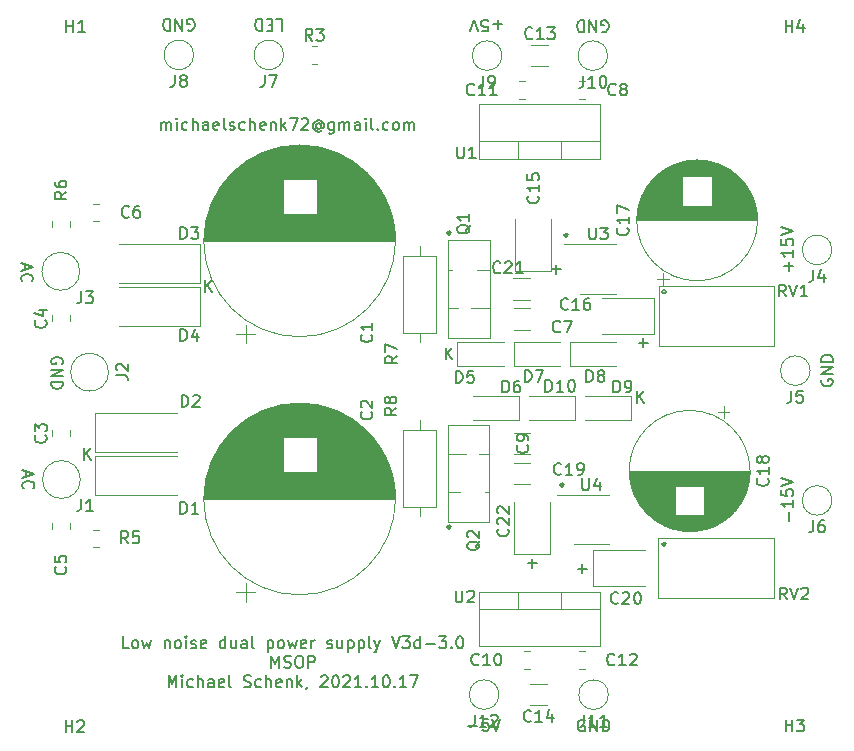
<source format=gbr>
G04 #@! TF.GenerationSoftware,KiCad,Pcbnew,(5.1.10-0-10_14)*
G04 #@! TF.CreationDate,2021-10-17T20:39:04+02:00*
G04 #@! TF.ProjectId,lv-lownoise-psu,6c762d6c-6f77-46e6-9f69-73652d707375,rev?*
G04 #@! TF.SameCoordinates,Original*
G04 #@! TF.FileFunction,Legend,Top*
G04 #@! TF.FilePolarity,Positive*
%FSLAX46Y46*%
G04 Gerber Fmt 4.6, Leading zero omitted, Abs format (unit mm)*
G04 Created by KiCad (PCBNEW (5.1.10-0-10_14)) date 2021-10-17 20:39:04*
%MOMM*%
%LPD*%
G01*
G04 APERTURE LIST*
%ADD10C,0.150000*%
%ADD11C,0.120000*%
G04 APERTURE END LIST*
D10*
X123444047Y-74366428D02*
X124205952Y-74366428D01*
X123825000Y-74747380D02*
X123825000Y-73985476D01*
X125476047Y-49474428D02*
X126237952Y-49474428D01*
X125857000Y-49855380D02*
X125857000Y-49093476D01*
X132842047Y-55697428D02*
X133603952Y-55697428D01*
X133223000Y-56078380D02*
X133223000Y-55316476D01*
X116776500Y-71143880D02*
X116681261Y-71191500D01*
X116633642Y-71286738D01*
X116681261Y-71381976D01*
X116776500Y-71429595D01*
X116871738Y-71381976D01*
X116919357Y-71286738D01*
X116871738Y-71191500D01*
X116776500Y-71143880D01*
X116776500Y-46251880D02*
X116681261Y-46299500D01*
X116633642Y-46394738D01*
X116681261Y-46489976D01*
X116776500Y-46537595D01*
X116871738Y-46489976D01*
X116919357Y-46394738D01*
X116871738Y-46299500D01*
X116776500Y-46251880D01*
X127698547Y-74810928D02*
X128460452Y-74810928D01*
X128079500Y-75191880D02*
X128079500Y-74429976D01*
X126365000Y-67587880D02*
X126269761Y-67635500D01*
X126222142Y-67730738D01*
X126269761Y-67825976D01*
X126365000Y-67873595D01*
X126460238Y-67825976D01*
X126507857Y-67730738D01*
X126460238Y-67635500D01*
X126365000Y-67587880D01*
X135001000Y-51204880D02*
X134905761Y-51252500D01*
X134858142Y-51347738D01*
X134905761Y-51442976D01*
X135001000Y-51490595D01*
X135096238Y-51442976D01*
X135143857Y-51347738D01*
X135096238Y-51252500D01*
X135001000Y-51204880D01*
X135001000Y-72604380D02*
X134905761Y-72652000D01*
X134858142Y-72747238D01*
X134905761Y-72842476D01*
X135001000Y-72890095D01*
X135096238Y-72842476D01*
X135143857Y-72747238D01*
X135096238Y-72652000D01*
X135001000Y-72604380D01*
X126682500Y-46442380D02*
X126587261Y-46490000D01*
X126539642Y-46585238D01*
X126587261Y-46680476D01*
X126682500Y-46728095D01*
X126777738Y-46680476D01*
X126825357Y-46585238D01*
X126777738Y-46490000D01*
X126682500Y-46442380D01*
X132707095Y-60777380D02*
X132707095Y-59777380D01*
X133278523Y-60777380D02*
X132849952Y-60205952D01*
X133278523Y-59777380D02*
X132707095Y-60348809D01*
X116514595Y-57094380D02*
X116514595Y-56094380D01*
X117086023Y-57094380D02*
X116657452Y-56522952D01*
X117086023Y-56094380D02*
X116514595Y-56665809D01*
X85907595Y-65603380D02*
X85907595Y-64603380D01*
X86479023Y-65603380D02*
X86050452Y-65031952D01*
X86479023Y-64603380D02*
X85907595Y-65174809D01*
X96131095Y-51379380D02*
X96131095Y-50379380D01*
X96702523Y-51379380D02*
X96273952Y-50807952D01*
X96702523Y-50379380D02*
X96131095Y-50950809D01*
X89663738Y-81542880D02*
X89187547Y-81542880D01*
X89187547Y-80542880D01*
X90139928Y-81542880D02*
X90044690Y-81495261D01*
X89997071Y-81447642D01*
X89949452Y-81352404D01*
X89949452Y-81066690D01*
X89997071Y-80971452D01*
X90044690Y-80923833D01*
X90139928Y-80876214D01*
X90282785Y-80876214D01*
X90378023Y-80923833D01*
X90425642Y-80971452D01*
X90473261Y-81066690D01*
X90473261Y-81352404D01*
X90425642Y-81447642D01*
X90378023Y-81495261D01*
X90282785Y-81542880D01*
X90139928Y-81542880D01*
X90806595Y-80876214D02*
X90997071Y-81542880D01*
X91187547Y-81066690D01*
X91378023Y-81542880D01*
X91568499Y-80876214D01*
X92711357Y-80876214D02*
X92711357Y-81542880D01*
X92711357Y-80971452D02*
X92758976Y-80923833D01*
X92854214Y-80876214D01*
X92997071Y-80876214D01*
X93092309Y-80923833D01*
X93139928Y-81019071D01*
X93139928Y-81542880D01*
X93758976Y-81542880D02*
X93663738Y-81495261D01*
X93616119Y-81447642D01*
X93568499Y-81352404D01*
X93568499Y-81066690D01*
X93616119Y-80971452D01*
X93663738Y-80923833D01*
X93758976Y-80876214D01*
X93901833Y-80876214D01*
X93997071Y-80923833D01*
X94044690Y-80971452D01*
X94092309Y-81066690D01*
X94092309Y-81352404D01*
X94044690Y-81447642D01*
X93997071Y-81495261D01*
X93901833Y-81542880D01*
X93758976Y-81542880D01*
X94520880Y-81542880D02*
X94520880Y-80876214D01*
X94520880Y-80542880D02*
X94473261Y-80590500D01*
X94520880Y-80638119D01*
X94568499Y-80590500D01*
X94520880Y-80542880D01*
X94520880Y-80638119D01*
X94949452Y-81495261D02*
X95044690Y-81542880D01*
X95235166Y-81542880D01*
X95330404Y-81495261D01*
X95378023Y-81400023D01*
X95378023Y-81352404D01*
X95330404Y-81257166D01*
X95235166Y-81209547D01*
X95092309Y-81209547D01*
X94997071Y-81161928D01*
X94949452Y-81066690D01*
X94949452Y-81019071D01*
X94997071Y-80923833D01*
X95092309Y-80876214D01*
X95235166Y-80876214D01*
X95330404Y-80923833D01*
X96187547Y-81495261D02*
X96092309Y-81542880D01*
X95901833Y-81542880D01*
X95806595Y-81495261D01*
X95758976Y-81400023D01*
X95758976Y-81019071D01*
X95806595Y-80923833D01*
X95901833Y-80876214D01*
X96092309Y-80876214D01*
X96187547Y-80923833D01*
X96235166Y-81019071D01*
X96235166Y-81114309D01*
X95758976Y-81209547D01*
X97854214Y-81542880D02*
X97854214Y-80542880D01*
X97854214Y-81495261D02*
X97758976Y-81542880D01*
X97568500Y-81542880D01*
X97473261Y-81495261D01*
X97425642Y-81447642D01*
X97378023Y-81352404D01*
X97378023Y-81066690D01*
X97425642Y-80971452D01*
X97473261Y-80923833D01*
X97568500Y-80876214D01*
X97758976Y-80876214D01*
X97854214Y-80923833D01*
X98758976Y-80876214D02*
X98758976Y-81542880D01*
X98330404Y-80876214D02*
X98330404Y-81400023D01*
X98378023Y-81495261D01*
X98473261Y-81542880D01*
X98616119Y-81542880D01*
X98711357Y-81495261D01*
X98758976Y-81447642D01*
X99663738Y-81542880D02*
X99663738Y-81019071D01*
X99616119Y-80923833D01*
X99520880Y-80876214D01*
X99330404Y-80876214D01*
X99235166Y-80923833D01*
X99663738Y-81495261D02*
X99568499Y-81542880D01*
X99330404Y-81542880D01*
X99235166Y-81495261D01*
X99187547Y-81400023D01*
X99187547Y-81304785D01*
X99235166Y-81209547D01*
X99330404Y-81161928D01*
X99568499Y-81161928D01*
X99663738Y-81114309D01*
X100282785Y-81542880D02*
X100187547Y-81495261D01*
X100139928Y-81400023D01*
X100139928Y-80542880D01*
X101425642Y-80876214D02*
X101425642Y-81876214D01*
X101425642Y-80923833D02*
X101520880Y-80876214D01*
X101711357Y-80876214D01*
X101806595Y-80923833D01*
X101854214Y-80971452D01*
X101901833Y-81066690D01*
X101901833Y-81352404D01*
X101854214Y-81447642D01*
X101806595Y-81495261D01*
X101711357Y-81542880D01*
X101520880Y-81542880D01*
X101425642Y-81495261D01*
X102473261Y-81542880D02*
X102378023Y-81495261D01*
X102330404Y-81447642D01*
X102282785Y-81352404D01*
X102282785Y-81066690D01*
X102330404Y-80971452D01*
X102378023Y-80923833D01*
X102473261Y-80876214D01*
X102616119Y-80876214D01*
X102711357Y-80923833D01*
X102758976Y-80971452D01*
X102806595Y-81066690D01*
X102806595Y-81352404D01*
X102758976Y-81447642D01*
X102711357Y-81495261D01*
X102616119Y-81542880D01*
X102473261Y-81542880D01*
X103139928Y-80876214D02*
X103330404Y-81542880D01*
X103520880Y-81066690D01*
X103711357Y-81542880D01*
X103901833Y-80876214D01*
X104663738Y-81495261D02*
X104568499Y-81542880D01*
X104378023Y-81542880D01*
X104282785Y-81495261D01*
X104235166Y-81400023D01*
X104235166Y-81019071D01*
X104282785Y-80923833D01*
X104378023Y-80876214D01*
X104568499Y-80876214D01*
X104663738Y-80923833D01*
X104711357Y-81019071D01*
X104711357Y-81114309D01*
X104235166Y-81209547D01*
X105139928Y-81542880D02*
X105139928Y-80876214D01*
X105139928Y-81066690D02*
X105187547Y-80971452D01*
X105235166Y-80923833D01*
X105330404Y-80876214D01*
X105425642Y-80876214D01*
X106473261Y-81495261D02*
X106568500Y-81542880D01*
X106758976Y-81542880D01*
X106854214Y-81495261D01*
X106901833Y-81400023D01*
X106901833Y-81352404D01*
X106854214Y-81257166D01*
X106758976Y-81209547D01*
X106616119Y-81209547D01*
X106520880Y-81161928D01*
X106473261Y-81066690D01*
X106473261Y-81019071D01*
X106520880Y-80923833D01*
X106616119Y-80876214D01*
X106758976Y-80876214D01*
X106854214Y-80923833D01*
X107758976Y-80876214D02*
X107758976Y-81542880D01*
X107330404Y-80876214D02*
X107330404Y-81400023D01*
X107378023Y-81495261D01*
X107473261Y-81542880D01*
X107616119Y-81542880D01*
X107711357Y-81495261D01*
X107758976Y-81447642D01*
X108235166Y-80876214D02*
X108235166Y-81876214D01*
X108235166Y-80923833D02*
X108330404Y-80876214D01*
X108520880Y-80876214D01*
X108616119Y-80923833D01*
X108663738Y-80971452D01*
X108711357Y-81066690D01*
X108711357Y-81352404D01*
X108663738Y-81447642D01*
X108616119Y-81495261D01*
X108520880Y-81542880D01*
X108330404Y-81542880D01*
X108235166Y-81495261D01*
X109139928Y-80876214D02*
X109139928Y-81876214D01*
X109139928Y-80923833D02*
X109235166Y-80876214D01*
X109425642Y-80876214D01*
X109520880Y-80923833D01*
X109568499Y-80971452D01*
X109616119Y-81066690D01*
X109616119Y-81352404D01*
X109568499Y-81447642D01*
X109520880Y-81495261D01*
X109425642Y-81542880D01*
X109235166Y-81542880D01*
X109139928Y-81495261D01*
X110187547Y-81542880D02*
X110092309Y-81495261D01*
X110044690Y-81400023D01*
X110044690Y-80542880D01*
X110473261Y-80876214D02*
X110711357Y-81542880D01*
X110949452Y-80876214D02*
X110711357Y-81542880D01*
X110616119Y-81780976D01*
X110568499Y-81828595D01*
X110473261Y-81876214D01*
X111949452Y-80542880D02*
X112282785Y-81542880D01*
X112616119Y-80542880D01*
X112854214Y-80542880D02*
X113473261Y-80542880D01*
X113139928Y-80923833D01*
X113282785Y-80923833D01*
X113378023Y-80971452D01*
X113425642Y-81019071D01*
X113473261Y-81114309D01*
X113473261Y-81352404D01*
X113425642Y-81447642D01*
X113378023Y-81495261D01*
X113282785Y-81542880D01*
X112997071Y-81542880D01*
X112901833Y-81495261D01*
X112854214Y-81447642D01*
X114330404Y-81542880D02*
X114330404Y-80542880D01*
X114330404Y-81495261D02*
X114235166Y-81542880D01*
X114044690Y-81542880D01*
X113949452Y-81495261D01*
X113901833Y-81447642D01*
X113854214Y-81352404D01*
X113854214Y-81066690D01*
X113901833Y-80971452D01*
X113949452Y-80923833D01*
X114044690Y-80876214D01*
X114235166Y-80876214D01*
X114330404Y-80923833D01*
X114806595Y-81161928D02*
X115568499Y-81161928D01*
X115949452Y-80542880D02*
X116568499Y-80542880D01*
X116235166Y-80923833D01*
X116378023Y-80923833D01*
X116473261Y-80971452D01*
X116520880Y-81019071D01*
X116568499Y-81114309D01*
X116568499Y-81352404D01*
X116520880Y-81447642D01*
X116473261Y-81495261D01*
X116378023Y-81542880D01*
X116092309Y-81542880D01*
X115997071Y-81495261D01*
X115949452Y-81447642D01*
X116997071Y-81447642D02*
X117044690Y-81495261D01*
X116997071Y-81542880D01*
X116949452Y-81495261D01*
X116997071Y-81447642D01*
X116997071Y-81542880D01*
X117663738Y-80542880D02*
X117758976Y-80542880D01*
X117854214Y-80590500D01*
X117901833Y-80638119D01*
X117949452Y-80733357D01*
X117997071Y-80923833D01*
X117997071Y-81161928D01*
X117949452Y-81352404D01*
X117901833Y-81447642D01*
X117854214Y-81495261D01*
X117758976Y-81542880D01*
X117663738Y-81542880D01*
X117568499Y-81495261D01*
X117520880Y-81447642D01*
X117473261Y-81352404D01*
X117425642Y-81161928D01*
X117425642Y-80923833D01*
X117473261Y-80733357D01*
X117520880Y-80638119D01*
X117568499Y-80590500D01*
X117663738Y-80542880D01*
X101735166Y-83192880D02*
X101735166Y-82192880D01*
X102068500Y-82907166D01*
X102401833Y-82192880D01*
X102401833Y-83192880D01*
X102830404Y-83145261D02*
X102973261Y-83192880D01*
X103211357Y-83192880D01*
X103306595Y-83145261D01*
X103354214Y-83097642D01*
X103401833Y-83002404D01*
X103401833Y-82907166D01*
X103354214Y-82811928D01*
X103306595Y-82764309D01*
X103211357Y-82716690D01*
X103020880Y-82669071D01*
X102925642Y-82621452D01*
X102878023Y-82573833D01*
X102830404Y-82478595D01*
X102830404Y-82383357D01*
X102878023Y-82288119D01*
X102925642Y-82240500D01*
X103020880Y-82192880D01*
X103258976Y-82192880D01*
X103401833Y-82240500D01*
X104020880Y-82192880D02*
X104211357Y-82192880D01*
X104306595Y-82240500D01*
X104401833Y-82335738D01*
X104449452Y-82526214D01*
X104449452Y-82859547D01*
X104401833Y-83050023D01*
X104306595Y-83145261D01*
X104211357Y-83192880D01*
X104020880Y-83192880D01*
X103925642Y-83145261D01*
X103830404Y-83050023D01*
X103782785Y-82859547D01*
X103782785Y-82526214D01*
X103830404Y-82335738D01*
X103925642Y-82240500D01*
X104020880Y-82192880D01*
X104878023Y-83192880D02*
X104878023Y-82192880D01*
X105258976Y-82192880D01*
X105354214Y-82240500D01*
X105401833Y-82288119D01*
X105449452Y-82383357D01*
X105449452Y-82526214D01*
X105401833Y-82621452D01*
X105354214Y-82669071D01*
X105258976Y-82716690D01*
X104878023Y-82716690D01*
X93044690Y-84842880D02*
X93044690Y-83842880D01*
X93378023Y-84557166D01*
X93711357Y-83842880D01*
X93711357Y-84842880D01*
X94187547Y-84842880D02*
X94187547Y-84176214D01*
X94187547Y-83842880D02*
X94139928Y-83890500D01*
X94187547Y-83938119D01*
X94235166Y-83890500D01*
X94187547Y-83842880D01*
X94187547Y-83938119D01*
X95092309Y-84795261D02*
X94997071Y-84842880D01*
X94806595Y-84842880D01*
X94711357Y-84795261D01*
X94663738Y-84747642D01*
X94616119Y-84652404D01*
X94616119Y-84366690D01*
X94663738Y-84271452D01*
X94711357Y-84223833D01*
X94806595Y-84176214D01*
X94997071Y-84176214D01*
X95092309Y-84223833D01*
X95520880Y-84842880D02*
X95520880Y-83842880D01*
X95949452Y-84842880D02*
X95949452Y-84319071D01*
X95901833Y-84223833D01*
X95806595Y-84176214D01*
X95663738Y-84176214D01*
X95568500Y-84223833D01*
X95520880Y-84271452D01*
X96854214Y-84842880D02*
X96854214Y-84319071D01*
X96806595Y-84223833D01*
X96711357Y-84176214D01*
X96520880Y-84176214D01*
X96425642Y-84223833D01*
X96854214Y-84795261D02*
X96758976Y-84842880D01*
X96520880Y-84842880D01*
X96425642Y-84795261D01*
X96378023Y-84700023D01*
X96378023Y-84604785D01*
X96425642Y-84509547D01*
X96520880Y-84461928D01*
X96758976Y-84461928D01*
X96854214Y-84414309D01*
X97711357Y-84795261D02*
X97616119Y-84842880D01*
X97425642Y-84842880D01*
X97330404Y-84795261D01*
X97282785Y-84700023D01*
X97282785Y-84319071D01*
X97330404Y-84223833D01*
X97425642Y-84176214D01*
X97616119Y-84176214D01*
X97711357Y-84223833D01*
X97758976Y-84319071D01*
X97758976Y-84414309D01*
X97282785Y-84509547D01*
X98330404Y-84842880D02*
X98235166Y-84795261D01*
X98187547Y-84700023D01*
X98187547Y-83842880D01*
X99425642Y-84795261D02*
X99568500Y-84842880D01*
X99806595Y-84842880D01*
X99901833Y-84795261D01*
X99949452Y-84747642D01*
X99997071Y-84652404D01*
X99997071Y-84557166D01*
X99949452Y-84461928D01*
X99901833Y-84414309D01*
X99806595Y-84366690D01*
X99616119Y-84319071D01*
X99520880Y-84271452D01*
X99473261Y-84223833D01*
X99425642Y-84128595D01*
X99425642Y-84033357D01*
X99473261Y-83938119D01*
X99520880Y-83890500D01*
X99616119Y-83842880D01*
X99854214Y-83842880D01*
X99997071Y-83890500D01*
X100854214Y-84795261D02*
X100758976Y-84842880D01*
X100568500Y-84842880D01*
X100473261Y-84795261D01*
X100425642Y-84747642D01*
X100378023Y-84652404D01*
X100378023Y-84366690D01*
X100425642Y-84271452D01*
X100473261Y-84223833D01*
X100568500Y-84176214D01*
X100758976Y-84176214D01*
X100854214Y-84223833D01*
X101282785Y-84842880D02*
X101282785Y-83842880D01*
X101711357Y-84842880D02*
X101711357Y-84319071D01*
X101663738Y-84223833D01*
X101568500Y-84176214D01*
X101425642Y-84176214D01*
X101330404Y-84223833D01*
X101282785Y-84271452D01*
X102568500Y-84795261D02*
X102473261Y-84842880D01*
X102282785Y-84842880D01*
X102187547Y-84795261D01*
X102139928Y-84700023D01*
X102139928Y-84319071D01*
X102187547Y-84223833D01*
X102282785Y-84176214D01*
X102473261Y-84176214D01*
X102568500Y-84223833D01*
X102616119Y-84319071D01*
X102616119Y-84414309D01*
X102139928Y-84509547D01*
X103044690Y-84176214D02*
X103044690Y-84842880D01*
X103044690Y-84271452D02*
X103092309Y-84223833D01*
X103187547Y-84176214D01*
X103330404Y-84176214D01*
X103425642Y-84223833D01*
X103473261Y-84319071D01*
X103473261Y-84842880D01*
X103949452Y-84842880D02*
X103949452Y-83842880D01*
X104044690Y-84461928D02*
X104330404Y-84842880D01*
X104330404Y-84176214D02*
X103949452Y-84557166D01*
X104806595Y-84795261D02*
X104806595Y-84842880D01*
X104758976Y-84938119D01*
X104711357Y-84985738D01*
X105949452Y-83938119D02*
X105997071Y-83890500D01*
X106092309Y-83842880D01*
X106330404Y-83842880D01*
X106425642Y-83890500D01*
X106473261Y-83938119D01*
X106520880Y-84033357D01*
X106520880Y-84128595D01*
X106473261Y-84271452D01*
X105901833Y-84842880D01*
X106520880Y-84842880D01*
X107139928Y-83842880D02*
X107235166Y-83842880D01*
X107330404Y-83890500D01*
X107378023Y-83938119D01*
X107425642Y-84033357D01*
X107473261Y-84223833D01*
X107473261Y-84461928D01*
X107425642Y-84652404D01*
X107378023Y-84747642D01*
X107330404Y-84795261D01*
X107235166Y-84842880D01*
X107139928Y-84842880D01*
X107044690Y-84795261D01*
X106997071Y-84747642D01*
X106949452Y-84652404D01*
X106901833Y-84461928D01*
X106901833Y-84223833D01*
X106949452Y-84033357D01*
X106997071Y-83938119D01*
X107044690Y-83890500D01*
X107139928Y-83842880D01*
X107854214Y-83938119D02*
X107901833Y-83890500D01*
X107997071Y-83842880D01*
X108235166Y-83842880D01*
X108330404Y-83890500D01*
X108378023Y-83938119D01*
X108425642Y-84033357D01*
X108425642Y-84128595D01*
X108378023Y-84271452D01*
X107806595Y-84842880D01*
X108425642Y-84842880D01*
X109378023Y-84842880D02*
X108806595Y-84842880D01*
X109092309Y-84842880D02*
X109092309Y-83842880D01*
X108997071Y-83985738D01*
X108901833Y-84080976D01*
X108806595Y-84128595D01*
X109806595Y-84747642D02*
X109854214Y-84795261D01*
X109806595Y-84842880D01*
X109758976Y-84795261D01*
X109806595Y-84747642D01*
X109806595Y-84842880D01*
X110806595Y-84842880D02*
X110235166Y-84842880D01*
X110520880Y-84842880D02*
X110520880Y-83842880D01*
X110425642Y-83985738D01*
X110330404Y-84080976D01*
X110235166Y-84128595D01*
X111425642Y-83842880D02*
X111520880Y-83842880D01*
X111616119Y-83890500D01*
X111663738Y-83938119D01*
X111711357Y-84033357D01*
X111758976Y-84223833D01*
X111758976Y-84461928D01*
X111711357Y-84652404D01*
X111663738Y-84747642D01*
X111616119Y-84795261D01*
X111520880Y-84842880D01*
X111425642Y-84842880D01*
X111330404Y-84795261D01*
X111282785Y-84747642D01*
X111235166Y-84652404D01*
X111187547Y-84461928D01*
X111187547Y-84223833D01*
X111235166Y-84033357D01*
X111282785Y-83938119D01*
X111330404Y-83890500D01*
X111425642Y-83842880D01*
X112187547Y-84747642D02*
X112235166Y-84795261D01*
X112187547Y-84842880D01*
X112139928Y-84795261D01*
X112187547Y-84747642D01*
X112187547Y-84842880D01*
X113187547Y-84842880D02*
X112616119Y-84842880D01*
X112901833Y-84842880D02*
X112901833Y-83842880D01*
X112806595Y-83985738D01*
X112711357Y-84080976D01*
X112616119Y-84128595D01*
X113520880Y-83842880D02*
X114187547Y-83842880D01*
X113758976Y-84842880D01*
X129730404Y-29329000D02*
X129825642Y-29376619D01*
X129968500Y-29376619D01*
X130111357Y-29329000D01*
X130206595Y-29233761D01*
X130254214Y-29138523D01*
X130301833Y-28948047D01*
X130301833Y-28805190D01*
X130254214Y-28614714D01*
X130206595Y-28519476D01*
X130111357Y-28424238D01*
X129968500Y-28376619D01*
X129873261Y-28376619D01*
X129730404Y-28424238D01*
X129682785Y-28471857D01*
X129682785Y-28805190D01*
X129873261Y-28805190D01*
X129254214Y-28376619D02*
X129254214Y-29376619D01*
X128682785Y-28376619D01*
X128682785Y-29376619D01*
X128206595Y-28376619D02*
X128206595Y-29376619D01*
X127968500Y-29376619D01*
X127825642Y-29329000D01*
X127730404Y-29233761D01*
X127682785Y-29138523D01*
X127635166Y-28948047D01*
X127635166Y-28805190D01*
X127682785Y-28614714D01*
X127730404Y-28519476D01*
X127825642Y-28424238D01*
X127968500Y-28376619D01*
X128206595Y-28376619D01*
X121300714Y-28694071D02*
X120538809Y-28694071D01*
X120919761Y-28313119D02*
X120919761Y-29075023D01*
X119586428Y-29313119D02*
X120062619Y-29313119D01*
X120110238Y-28836928D01*
X120062619Y-28884547D01*
X119967380Y-28932166D01*
X119729285Y-28932166D01*
X119634047Y-28884547D01*
X119586428Y-28836928D01*
X119538809Y-28741690D01*
X119538809Y-28503595D01*
X119586428Y-28408357D01*
X119634047Y-28360738D01*
X119729285Y-28313119D01*
X119967380Y-28313119D01*
X120062619Y-28360738D01*
X120110238Y-28408357D01*
X119253095Y-29313119D02*
X118919761Y-28313119D01*
X118586428Y-29313119D01*
X118411785Y-88145928D02*
X119173690Y-88145928D01*
X120126071Y-87526880D02*
X119649880Y-87526880D01*
X119602261Y-88003071D01*
X119649880Y-87955452D01*
X119745119Y-87907833D01*
X119983214Y-87907833D01*
X120078452Y-87955452D01*
X120126071Y-88003071D01*
X120173690Y-88098309D01*
X120173690Y-88336404D01*
X120126071Y-88431642D01*
X120078452Y-88479261D01*
X119983214Y-88526880D01*
X119745119Y-88526880D01*
X119649880Y-88479261D01*
X119602261Y-88431642D01*
X120459404Y-87526880D02*
X120792738Y-88526880D01*
X121126071Y-87526880D01*
X128270095Y-87638000D02*
X128174857Y-87590380D01*
X128032000Y-87590380D01*
X127889142Y-87638000D01*
X127793904Y-87733238D01*
X127746285Y-87828476D01*
X127698666Y-88018952D01*
X127698666Y-88161809D01*
X127746285Y-88352285D01*
X127793904Y-88447523D01*
X127889142Y-88542761D01*
X128032000Y-88590380D01*
X128127238Y-88590380D01*
X128270095Y-88542761D01*
X128317714Y-88495142D01*
X128317714Y-88161809D01*
X128127238Y-88161809D01*
X128746285Y-88590380D02*
X128746285Y-87590380D01*
X129317714Y-88590380D01*
X129317714Y-87590380D01*
X129793904Y-88590380D02*
X129793904Y-87590380D01*
X130032000Y-87590380D01*
X130174857Y-87638000D01*
X130270095Y-87733238D01*
X130317714Y-87828476D01*
X130365333Y-88018952D01*
X130365333Y-88161809D01*
X130317714Y-88352285D01*
X130270095Y-88447523D01*
X130174857Y-88542761D01*
X130032000Y-88590380D01*
X129793904Y-88590380D01*
X94678404Y-29202000D02*
X94773642Y-29249619D01*
X94916500Y-29249619D01*
X95059357Y-29202000D01*
X95154595Y-29106761D01*
X95202214Y-29011523D01*
X95249833Y-28821047D01*
X95249833Y-28678190D01*
X95202214Y-28487714D01*
X95154595Y-28392476D01*
X95059357Y-28297238D01*
X94916500Y-28249619D01*
X94821261Y-28249619D01*
X94678404Y-28297238D01*
X94630785Y-28344857D01*
X94630785Y-28678190D01*
X94821261Y-28678190D01*
X94202214Y-28249619D02*
X94202214Y-29249619D01*
X93630785Y-28249619D01*
X93630785Y-29249619D01*
X93154595Y-28249619D02*
X93154595Y-29249619D01*
X92916500Y-29249619D01*
X92773642Y-29202000D01*
X92678404Y-29106761D01*
X92630785Y-29011523D01*
X92583166Y-28821047D01*
X92583166Y-28678190D01*
X92630785Y-28487714D01*
X92678404Y-28392476D01*
X92773642Y-28297238D01*
X92916500Y-28249619D01*
X93154595Y-28249619D01*
X102179357Y-28249619D02*
X102655547Y-28249619D01*
X102655547Y-29249619D01*
X101846023Y-28773428D02*
X101512690Y-28773428D01*
X101369833Y-28249619D02*
X101846023Y-28249619D01*
X101846023Y-29249619D01*
X101369833Y-29249619D01*
X100941261Y-28249619D02*
X100941261Y-29249619D01*
X100703166Y-29249619D01*
X100560309Y-29202000D01*
X100465071Y-29106761D01*
X100417452Y-29011523D01*
X100369833Y-28821047D01*
X100369833Y-28678190D01*
X100417452Y-28487714D01*
X100465071Y-28392476D01*
X100560309Y-28297238D01*
X100703166Y-28249619D01*
X100941261Y-28249619D01*
X92409714Y-37663380D02*
X92409714Y-36996714D01*
X92409714Y-37091952D02*
X92457333Y-37044333D01*
X92552571Y-36996714D01*
X92695428Y-36996714D01*
X92790666Y-37044333D01*
X92838285Y-37139571D01*
X92838285Y-37663380D01*
X92838285Y-37139571D02*
X92885904Y-37044333D01*
X92981142Y-36996714D01*
X93124000Y-36996714D01*
X93219238Y-37044333D01*
X93266857Y-37139571D01*
X93266857Y-37663380D01*
X93743047Y-37663380D02*
X93743047Y-36996714D01*
X93743047Y-36663380D02*
X93695428Y-36711000D01*
X93743047Y-36758619D01*
X93790666Y-36711000D01*
X93743047Y-36663380D01*
X93743047Y-36758619D01*
X94647809Y-37615761D02*
X94552571Y-37663380D01*
X94362095Y-37663380D01*
X94266857Y-37615761D01*
X94219238Y-37568142D01*
X94171619Y-37472904D01*
X94171619Y-37187190D01*
X94219238Y-37091952D01*
X94266857Y-37044333D01*
X94362095Y-36996714D01*
X94552571Y-36996714D01*
X94647809Y-37044333D01*
X95076380Y-37663380D02*
X95076380Y-36663380D01*
X95504952Y-37663380D02*
X95504952Y-37139571D01*
X95457333Y-37044333D01*
X95362095Y-36996714D01*
X95219238Y-36996714D01*
X95124000Y-37044333D01*
X95076380Y-37091952D01*
X96409714Y-37663380D02*
X96409714Y-37139571D01*
X96362095Y-37044333D01*
X96266857Y-36996714D01*
X96076380Y-36996714D01*
X95981142Y-37044333D01*
X96409714Y-37615761D02*
X96314476Y-37663380D01*
X96076380Y-37663380D01*
X95981142Y-37615761D01*
X95933523Y-37520523D01*
X95933523Y-37425285D01*
X95981142Y-37330047D01*
X96076380Y-37282428D01*
X96314476Y-37282428D01*
X96409714Y-37234809D01*
X97266857Y-37615761D02*
X97171619Y-37663380D01*
X96981142Y-37663380D01*
X96885904Y-37615761D01*
X96838285Y-37520523D01*
X96838285Y-37139571D01*
X96885904Y-37044333D01*
X96981142Y-36996714D01*
X97171619Y-36996714D01*
X97266857Y-37044333D01*
X97314476Y-37139571D01*
X97314476Y-37234809D01*
X96838285Y-37330047D01*
X97885904Y-37663380D02*
X97790666Y-37615761D01*
X97743047Y-37520523D01*
X97743047Y-36663380D01*
X98219238Y-37615761D02*
X98314476Y-37663380D01*
X98504952Y-37663380D01*
X98600190Y-37615761D01*
X98647809Y-37520523D01*
X98647809Y-37472904D01*
X98600190Y-37377666D01*
X98504952Y-37330047D01*
X98362095Y-37330047D01*
X98266857Y-37282428D01*
X98219238Y-37187190D01*
X98219238Y-37139571D01*
X98266857Y-37044333D01*
X98362095Y-36996714D01*
X98504952Y-36996714D01*
X98600190Y-37044333D01*
X99504952Y-37615761D02*
X99409714Y-37663380D01*
X99219238Y-37663380D01*
X99124000Y-37615761D01*
X99076380Y-37568142D01*
X99028761Y-37472904D01*
X99028761Y-37187190D01*
X99076380Y-37091952D01*
X99124000Y-37044333D01*
X99219238Y-36996714D01*
X99409714Y-36996714D01*
X99504952Y-37044333D01*
X99933523Y-37663380D02*
X99933523Y-36663380D01*
X100362095Y-37663380D02*
X100362095Y-37139571D01*
X100314476Y-37044333D01*
X100219238Y-36996714D01*
X100076380Y-36996714D01*
X99981142Y-37044333D01*
X99933523Y-37091952D01*
X101219238Y-37615761D02*
X101124000Y-37663380D01*
X100933523Y-37663380D01*
X100838285Y-37615761D01*
X100790666Y-37520523D01*
X100790666Y-37139571D01*
X100838285Y-37044333D01*
X100933523Y-36996714D01*
X101124000Y-36996714D01*
X101219238Y-37044333D01*
X101266857Y-37139571D01*
X101266857Y-37234809D01*
X100790666Y-37330047D01*
X101695428Y-36996714D02*
X101695428Y-37663380D01*
X101695428Y-37091952D02*
X101743047Y-37044333D01*
X101838285Y-36996714D01*
X101981142Y-36996714D01*
X102076380Y-37044333D01*
X102124000Y-37139571D01*
X102124000Y-37663380D01*
X102600190Y-37663380D02*
X102600190Y-36663380D01*
X102695428Y-37282428D02*
X102981142Y-37663380D01*
X102981142Y-36996714D02*
X102600190Y-37377666D01*
X103314476Y-36663380D02*
X103981142Y-36663380D01*
X103552571Y-37663380D01*
X104314476Y-36758619D02*
X104362095Y-36711000D01*
X104457333Y-36663380D01*
X104695428Y-36663380D01*
X104790666Y-36711000D01*
X104838285Y-36758619D01*
X104885904Y-36853857D01*
X104885904Y-36949095D01*
X104838285Y-37091952D01*
X104266857Y-37663380D01*
X104885904Y-37663380D01*
X105933523Y-37187190D02*
X105885904Y-37139571D01*
X105790666Y-37091952D01*
X105695428Y-37091952D01*
X105600190Y-37139571D01*
X105552571Y-37187190D01*
X105504952Y-37282428D01*
X105504952Y-37377666D01*
X105552571Y-37472904D01*
X105600190Y-37520523D01*
X105695428Y-37568142D01*
X105790666Y-37568142D01*
X105885904Y-37520523D01*
X105933523Y-37472904D01*
X105933523Y-37091952D02*
X105933523Y-37472904D01*
X105981142Y-37520523D01*
X106028761Y-37520523D01*
X106124000Y-37472904D01*
X106171619Y-37377666D01*
X106171619Y-37139571D01*
X106076380Y-36996714D01*
X105933523Y-36901476D01*
X105743047Y-36853857D01*
X105552571Y-36901476D01*
X105409714Y-36996714D01*
X105314476Y-37139571D01*
X105266857Y-37330047D01*
X105314476Y-37520523D01*
X105409714Y-37663380D01*
X105552571Y-37758619D01*
X105743047Y-37806238D01*
X105933523Y-37758619D01*
X106076380Y-37663380D01*
X107028761Y-36996714D02*
X107028761Y-37806238D01*
X106981142Y-37901476D01*
X106933523Y-37949095D01*
X106838285Y-37996714D01*
X106695428Y-37996714D01*
X106600190Y-37949095D01*
X107028761Y-37615761D02*
X106933523Y-37663380D01*
X106743047Y-37663380D01*
X106647809Y-37615761D01*
X106600190Y-37568142D01*
X106552571Y-37472904D01*
X106552571Y-37187190D01*
X106600190Y-37091952D01*
X106647809Y-37044333D01*
X106743047Y-36996714D01*
X106933523Y-36996714D01*
X107028761Y-37044333D01*
X107504952Y-37663380D02*
X107504952Y-36996714D01*
X107504952Y-37091952D02*
X107552571Y-37044333D01*
X107647809Y-36996714D01*
X107790666Y-36996714D01*
X107885904Y-37044333D01*
X107933523Y-37139571D01*
X107933523Y-37663380D01*
X107933523Y-37139571D02*
X107981142Y-37044333D01*
X108076380Y-36996714D01*
X108219238Y-36996714D01*
X108314476Y-37044333D01*
X108362095Y-37139571D01*
X108362095Y-37663380D01*
X109266857Y-37663380D02*
X109266857Y-37139571D01*
X109219238Y-37044333D01*
X109124000Y-36996714D01*
X108933523Y-36996714D01*
X108838285Y-37044333D01*
X109266857Y-37615761D02*
X109171619Y-37663380D01*
X108933523Y-37663380D01*
X108838285Y-37615761D01*
X108790666Y-37520523D01*
X108790666Y-37425285D01*
X108838285Y-37330047D01*
X108933523Y-37282428D01*
X109171619Y-37282428D01*
X109266857Y-37234809D01*
X109743047Y-37663380D02*
X109743047Y-36996714D01*
X109743047Y-36663380D02*
X109695428Y-36711000D01*
X109743047Y-36758619D01*
X109790666Y-36711000D01*
X109743047Y-36663380D01*
X109743047Y-36758619D01*
X110362095Y-37663380D02*
X110266857Y-37615761D01*
X110219238Y-37520523D01*
X110219238Y-36663380D01*
X110743047Y-37568142D02*
X110790666Y-37615761D01*
X110743047Y-37663380D01*
X110695428Y-37615761D01*
X110743047Y-37568142D01*
X110743047Y-37663380D01*
X111647809Y-37615761D02*
X111552571Y-37663380D01*
X111362095Y-37663380D01*
X111266857Y-37615761D01*
X111219238Y-37568142D01*
X111171619Y-37472904D01*
X111171619Y-37187190D01*
X111219238Y-37091952D01*
X111266857Y-37044333D01*
X111362095Y-36996714D01*
X111552571Y-36996714D01*
X111647809Y-37044333D01*
X112219238Y-37663380D02*
X112124000Y-37615761D01*
X112076380Y-37568142D01*
X112028761Y-37472904D01*
X112028761Y-37187190D01*
X112076380Y-37091952D01*
X112124000Y-37044333D01*
X112219238Y-36996714D01*
X112362095Y-36996714D01*
X112457333Y-37044333D01*
X112504952Y-37091952D01*
X112552571Y-37187190D01*
X112552571Y-37472904D01*
X112504952Y-37568142D01*
X112457333Y-37615761D01*
X112362095Y-37663380D01*
X112219238Y-37663380D01*
X112981142Y-37663380D02*
X112981142Y-36996714D01*
X112981142Y-37091952D02*
X113028761Y-37044333D01*
X113124000Y-36996714D01*
X113266857Y-36996714D01*
X113362095Y-37044333D01*
X113409714Y-37139571D01*
X113409714Y-37663380D01*
X113409714Y-37139571D02*
X113457333Y-37044333D01*
X113552571Y-36996714D01*
X113695428Y-36996714D01*
X113790666Y-37044333D01*
X113838285Y-37139571D01*
X113838285Y-37663380D01*
X84066000Y-57467595D02*
X84113619Y-57372357D01*
X84113619Y-57229500D01*
X84066000Y-57086642D01*
X83970761Y-56991404D01*
X83875523Y-56943785D01*
X83685047Y-56896166D01*
X83542190Y-56896166D01*
X83351714Y-56943785D01*
X83256476Y-56991404D01*
X83161238Y-57086642D01*
X83113619Y-57229500D01*
X83113619Y-57324738D01*
X83161238Y-57467595D01*
X83208857Y-57515214D01*
X83542190Y-57515214D01*
X83542190Y-57324738D01*
X83113619Y-57943785D02*
X84113619Y-57943785D01*
X83113619Y-58515214D01*
X84113619Y-58515214D01*
X83113619Y-58991404D02*
X84113619Y-58991404D01*
X84113619Y-59229500D01*
X84066000Y-59372357D01*
X83970761Y-59467595D01*
X83875523Y-59515214D01*
X83685047Y-59562833D01*
X83542190Y-59562833D01*
X83351714Y-59515214D01*
X83256476Y-59467595D01*
X83161238Y-59372357D01*
X83113619Y-59229500D01*
X83113619Y-58991404D01*
X80960933Y-66521104D02*
X80960933Y-66997295D01*
X80675219Y-66425866D02*
X81675219Y-66759200D01*
X80675219Y-67092533D01*
X80770457Y-67997295D02*
X80722838Y-67949676D01*
X80675219Y-67806819D01*
X80675219Y-67711580D01*
X80722838Y-67568723D01*
X80818076Y-67473485D01*
X80913314Y-67425866D01*
X81103790Y-67378247D01*
X81246647Y-67378247D01*
X81437123Y-67425866D01*
X81532361Y-67473485D01*
X81627600Y-67568723D01*
X81675219Y-67711580D01*
X81675219Y-67806819D01*
X81627600Y-67949676D01*
X81579980Y-67997295D01*
X80859333Y-48995104D02*
X80859333Y-49471295D01*
X80573619Y-48899866D02*
X81573619Y-49233200D01*
X80573619Y-49566533D01*
X80668857Y-50471295D02*
X80621238Y-50423676D01*
X80573619Y-50280819D01*
X80573619Y-50185580D01*
X80621238Y-50042723D01*
X80716476Y-49947485D01*
X80811714Y-49899866D01*
X81002190Y-49852247D01*
X81145047Y-49852247D01*
X81335523Y-49899866D01*
X81430761Y-49947485D01*
X81526000Y-50042723D01*
X81573619Y-50185580D01*
X81573619Y-50280819D01*
X81526000Y-50423676D01*
X81478380Y-50471295D01*
X145549928Y-70786404D02*
X145549928Y-70024500D01*
X145930880Y-69024500D02*
X145930880Y-69595928D01*
X145930880Y-69310214D02*
X144930880Y-69310214D01*
X145073738Y-69405452D01*
X145168976Y-69500690D01*
X145216595Y-69595928D01*
X144930880Y-68119738D02*
X144930880Y-68595928D01*
X145407071Y-68643547D01*
X145359452Y-68595928D01*
X145311833Y-68500690D01*
X145311833Y-68262595D01*
X145359452Y-68167357D01*
X145407071Y-68119738D01*
X145502309Y-68072119D01*
X145740404Y-68072119D01*
X145835642Y-68119738D01*
X145883261Y-68167357D01*
X145930880Y-68262595D01*
X145930880Y-68500690D01*
X145883261Y-68595928D01*
X145835642Y-68643547D01*
X144930880Y-67786404D02*
X145930880Y-67453071D01*
X144930880Y-67119738D01*
X148344000Y-58800904D02*
X148296380Y-58896142D01*
X148296380Y-59039000D01*
X148344000Y-59181857D01*
X148439238Y-59277095D01*
X148534476Y-59324714D01*
X148724952Y-59372333D01*
X148867809Y-59372333D01*
X149058285Y-59324714D01*
X149153523Y-59277095D01*
X149248761Y-59181857D01*
X149296380Y-59039000D01*
X149296380Y-58943761D01*
X149248761Y-58800904D01*
X149201142Y-58753285D01*
X148867809Y-58753285D01*
X148867809Y-58943761D01*
X149296380Y-58324714D02*
X148296380Y-58324714D01*
X149296380Y-57753285D01*
X148296380Y-57753285D01*
X149296380Y-57277095D02*
X148296380Y-57277095D01*
X148296380Y-57039000D01*
X148344000Y-56896142D01*
X148439238Y-56800904D01*
X148534476Y-56753285D01*
X148724952Y-56705666D01*
X148867809Y-56705666D01*
X149058285Y-56753285D01*
X149153523Y-56800904D01*
X149248761Y-56896142D01*
X149296380Y-57039000D01*
X149296380Y-57277095D01*
X145549928Y-49577404D02*
X145549928Y-48815500D01*
X145930880Y-49196452D02*
X145168976Y-49196452D01*
X145930880Y-47815500D02*
X145930880Y-48386928D01*
X145930880Y-48101214D02*
X144930880Y-48101214D01*
X145073738Y-48196452D01*
X145168976Y-48291690D01*
X145216595Y-48386928D01*
X144930880Y-46910738D02*
X144930880Y-47386928D01*
X145407071Y-47434547D01*
X145359452Y-47386928D01*
X145311833Y-47291690D01*
X145311833Y-47053595D01*
X145359452Y-46958357D01*
X145407071Y-46910738D01*
X145502309Y-46863119D01*
X145740404Y-46863119D01*
X145835642Y-46910738D01*
X145883261Y-46958357D01*
X145930880Y-47053595D01*
X145930880Y-47291690D01*
X145883261Y-47386928D01*
X145835642Y-47434547D01*
X144930880Y-46577404D02*
X145930880Y-46244071D01*
X144930880Y-45910738D01*
D11*
X129784500Y-54913500D02*
X134169500Y-54913500D01*
X134169500Y-54913500D02*
X134169500Y-51893500D01*
X134169500Y-51893500D02*
X129784500Y-51893500D01*
X140535000Y-61544854D02*
X139535000Y-61544854D01*
X140035000Y-61044854D02*
X140035000Y-62044854D01*
X137759000Y-71605500D02*
X136561000Y-71605500D01*
X138022000Y-71565500D02*
X136298000Y-71565500D01*
X138222000Y-71525500D02*
X136098000Y-71525500D01*
X138390000Y-71485500D02*
X135930000Y-71485500D01*
X138538000Y-71445500D02*
X135782000Y-71445500D01*
X138670000Y-71405500D02*
X135650000Y-71405500D01*
X138790000Y-71365500D02*
X135530000Y-71365500D01*
X138902000Y-71325500D02*
X135418000Y-71325500D01*
X139006000Y-71285500D02*
X135314000Y-71285500D01*
X139104000Y-71245500D02*
X135216000Y-71245500D01*
X139197000Y-71205500D02*
X135123000Y-71205500D01*
X139285000Y-71165500D02*
X135035000Y-71165500D01*
X139369000Y-71125500D02*
X134951000Y-71125500D01*
X139449000Y-71085500D02*
X134871000Y-71085500D01*
X139525000Y-71045500D02*
X134795000Y-71045500D01*
X139599000Y-71005500D02*
X134721000Y-71005500D01*
X139670000Y-70965500D02*
X134650000Y-70965500D01*
X139739000Y-70925500D02*
X134581000Y-70925500D01*
X139805000Y-70885500D02*
X134515000Y-70885500D01*
X139869000Y-70845500D02*
X134451000Y-70845500D01*
X139930000Y-70805500D02*
X134390000Y-70805500D01*
X139990000Y-70765500D02*
X134330000Y-70765500D01*
X140049000Y-70725500D02*
X134271000Y-70725500D01*
X140105000Y-70685500D02*
X134215000Y-70685500D01*
X140160000Y-70645500D02*
X134160000Y-70645500D01*
X140214000Y-70605500D02*
X134106000Y-70605500D01*
X140266000Y-70565500D02*
X134054000Y-70565500D01*
X140316000Y-70525500D02*
X134004000Y-70525500D01*
X140366000Y-70485500D02*
X133954000Y-70485500D01*
X140414000Y-70445500D02*
X133906000Y-70445500D01*
X140461000Y-70405500D02*
X133859000Y-70405500D01*
X140507000Y-70365500D02*
X133813000Y-70365500D01*
X140552000Y-70325500D02*
X133768000Y-70325500D01*
X140596000Y-70285500D02*
X133724000Y-70285500D01*
X135919000Y-70245500D02*
X133682000Y-70245500D01*
X140638000Y-70245500D02*
X138401000Y-70245500D01*
X135919000Y-70205500D02*
X133640000Y-70205500D01*
X140680000Y-70205500D02*
X138401000Y-70205500D01*
X135919000Y-70165500D02*
X133599000Y-70165500D01*
X140721000Y-70165500D02*
X138401000Y-70165500D01*
X135919000Y-70125500D02*
X133559000Y-70125500D01*
X140761000Y-70125500D02*
X138401000Y-70125500D01*
X135919000Y-70085500D02*
X133520000Y-70085500D01*
X140800000Y-70085500D02*
X138401000Y-70085500D01*
X135919000Y-70045500D02*
X133481000Y-70045500D01*
X140839000Y-70045500D02*
X138401000Y-70045500D01*
X135919000Y-70005500D02*
X133444000Y-70005500D01*
X140876000Y-70005500D02*
X138401000Y-70005500D01*
X135919000Y-69965500D02*
X133407000Y-69965500D01*
X140913000Y-69965500D02*
X138401000Y-69965500D01*
X135919000Y-69925500D02*
X133371000Y-69925500D01*
X140949000Y-69925500D02*
X138401000Y-69925500D01*
X135919000Y-69885500D02*
X133336000Y-69885500D01*
X140984000Y-69885500D02*
X138401000Y-69885500D01*
X135919000Y-69845500D02*
X133302000Y-69845500D01*
X141018000Y-69845500D02*
X138401000Y-69845500D01*
X135919000Y-69805500D02*
X133268000Y-69805500D01*
X141052000Y-69805500D02*
X138401000Y-69805500D01*
X135919000Y-69765500D02*
X133235000Y-69765500D01*
X141085000Y-69765500D02*
X138401000Y-69765500D01*
X135919000Y-69725500D02*
X133203000Y-69725500D01*
X141117000Y-69725500D02*
X138401000Y-69725500D01*
X135919000Y-69685500D02*
X133171000Y-69685500D01*
X141149000Y-69685500D02*
X138401000Y-69685500D01*
X135919000Y-69645500D02*
X133140000Y-69645500D01*
X141180000Y-69645500D02*
X138401000Y-69645500D01*
X135919000Y-69605500D02*
X133110000Y-69605500D01*
X141210000Y-69605500D02*
X138401000Y-69605500D01*
X135919000Y-69565500D02*
X133080000Y-69565500D01*
X141240000Y-69565500D02*
X138401000Y-69565500D01*
X135919000Y-69525500D02*
X133050000Y-69525500D01*
X141270000Y-69525500D02*
X138401000Y-69525500D01*
X135919000Y-69485500D02*
X133022000Y-69485500D01*
X141298000Y-69485500D02*
X138401000Y-69485500D01*
X135919000Y-69445500D02*
X132994000Y-69445500D01*
X141326000Y-69445500D02*
X138401000Y-69445500D01*
X135919000Y-69405500D02*
X132966000Y-69405500D01*
X141354000Y-69405500D02*
X138401000Y-69405500D01*
X135919000Y-69365500D02*
X132939000Y-69365500D01*
X141381000Y-69365500D02*
X138401000Y-69365500D01*
X135919000Y-69325500D02*
X132913000Y-69325500D01*
X141407000Y-69325500D02*
X138401000Y-69325500D01*
X135919000Y-69285500D02*
X132887000Y-69285500D01*
X141433000Y-69285500D02*
X138401000Y-69285500D01*
X135919000Y-69245500D02*
X132862000Y-69245500D01*
X141458000Y-69245500D02*
X138401000Y-69245500D01*
X135919000Y-69205500D02*
X132837000Y-69205500D01*
X141483000Y-69205500D02*
X138401000Y-69205500D01*
X135919000Y-69165500D02*
X132813000Y-69165500D01*
X141507000Y-69165500D02*
X138401000Y-69165500D01*
X135919000Y-69125500D02*
X132789000Y-69125500D01*
X141531000Y-69125500D02*
X138401000Y-69125500D01*
X135919000Y-69085500D02*
X132765000Y-69085500D01*
X141555000Y-69085500D02*
X138401000Y-69085500D01*
X135919000Y-69045500D02*
X132743000Y-69045500D01*
X141577000Y-69045500D02*
X138401000Y-69045500D01*
X135919000Y-69005500D02*
X132720000Y-69005500D01*
X141600000Y-69005500D02*
X138401000Y-69005500D01*
X135919000Y-68965500D02*
X132698000Y-68965500D01*
X141622000Y-68965500D02*
X138401000Y-68965500D01*
X135919000Y-68925500D02*
X132677000Y-68925500D01*
X141643000Y-68925500D02*
X138401000Y-68925500D01*
X135919000Y-68885500D02*
X132656000Y-68885500D01*
X141664000Y-68885500D02*
X138401000Y-68885500D01*
X135919000Y-68845500D02*
X132635000Y-68845500D01*
X141685000Y-68845500D02*
X138401000Y-68845500D01*
X135919000Y-68805500D02*
X132615000Y-68805500D01*
X141705000Y-68805500D02*
X138401000Y-68805500D01*
X135919000Y-68765500D02*
X132596000Y-68765500D01*
X141724000Y-68765500D02*
X138401000Y-68765500D01*
X135919000Y-68725500D02*
X132576000Y-68725500D01*
X141744000Y-68725500D02*
X138401000Y-68725500D01*
X135919000Y-68685500D02*
X132557000Y-68685500D01*
X141763000Y-68685500D02*
X138401000Y-68685500D01*
X135919000Y-68645500D02*
X132539000Y-68645500D01*
X141781000Y-68645500D02*
X138401000Y-68645500D01*
X135919000Y-68605500D02*
X132521000Y-68605500D01*
X141799000Y-68605500D02*
X138401000Y-68605500D01*
X135919000Y-68565500D02*
X132503000Y-68565500D01*
X141817000Y-68565500D02*
X138401000Y-68565500D01*
X135919000Y-68525500D02*
X132486000Y-68525500D01*
X141834000Y-68525500D02*
X138401000Y-68525500D01*
X135919000Y-68485500D02*
X132470000Y-68485500D01*
X141850000Y-68485500D02*
X138401000Y-68485500D01*
X135919000Y-68445500D02*
X132453000Y-68445500D01*
X141867000Y-68445500D02*
X138401000Y-68445500D01*
X135919000Y-68405500D02*
X132437000Y-68405500D01*
X141883000Y-68405500D02*
X138401000Y-68405500D01*
X135919000Y-68365500D02*
X132422000Y-68365500D01*
X141898000Y-68365500D02*
X138401000Y-68365500D01*
X135919000Y-68325500D02*
X132406000Y-68325500D01*
X141914000Y-68325500D02*
X138401000Y-68325500D01*
X135919000Y-68285500D02*
X132392000Y-68285500D01*
X141928000Y-68285500D02*
X138401000Y-68285500D01*
X135919000Y-68245500D02*
X132377000Y-68245500D01*
X141943000Y-68245500D02*
X138401000Y-68245500D01*
X135919000Y-68205500D02*
X132363000Y-68205500D01*
X141957000Y-68205500D02*
X138401000Y-68205500D01*
X135919000Y-68165500D02*
X132349000Y-68165500D01*
X141971000Y-68165500D02*
X138401000Y-68165500D01*
X135919000Y-68125500D02*
X132336000Y-68125500D01*
X141984000Y-68125500D02*
X138401000Y-68125500D01*
X135919000Y-68085500D02*
X132323000Y-68085500D01*
X141997000Y-68085500D02*
X138401000Y-68085500D01*
X135919000Y-68045500D02*
X132310000Y-68045500D01*
X142010000Y-68045500D02*
X138401000Y-68045500D01*
X135919000Y-68005500D02*
X132298000Y-68005500D01*
X142022000Y-68005500D02*
X138401000Y-68005500D01*
X135919000Y-67965500D02*
X132286000Y-67965500D01*
X142034000Y-67965500D02*
X138401000Y-67965500D01*
X135919000Y-67925500D02*
X132275000Y-67925500D01*
X142045000Y-67925500D02*
X138401000Y-67925500D01*
X135919000Y-67885500D02*
X132263000Y-67885500D01*
X142057000Y-67885500D02*
X138401000Y-67885500D01*
X135919000Y-67845500D02*
X132253000Y-67845500D01*
X142067000Y-67845500D02*
X138401000Y-67845500D01*
X135919000Y-67805500D02*
X132242000Y-67805500D01*
X142078000Y-67805500D02*
X138401000Y-67805500D01*
X142088000Y-67765500D02*
X132232000Y-67765500D01*
X142098000Y-67725500D02*
X132222000Y-67725500D01*
X142107000Y-67685500D02*
X132213000Y-67685500D01*
X142116000Y-67645500D02*
X132204000Y-67645500D01*
X142125000Y-67605500D02*
X132195000Y-67605500D01*
X142134000Y-67565500D02*
X132186000Y-67565500D01*
X142142000Y-67525500D02*
X132178000Y-67525500D01*
X142150000Y-67485500D02*
X132170000Y-67485500D01*
X142157000Y-67445500D02*
X132163000Y-67445500D01*
X142164000Y-67405500D02*
X132156000Y-67405500D01*
X142171000Y-67365500D02*
X132149000Y-67365500D01*
X142178000Y-67325500D02*
X132142000Y-67325500D01*
X142184000Y-67285500D02*
X132136000Y-67285500D01*
X142190000Y-67245500D02*
X132130000Y-67245500D01*
X142195000Y-67204500D02*
X132125000Y-67204500D01*
X142200000Y-67164500D02*
X132120000Y-67164500D01*
X142205000Y-67124500D02*
X132115000Y-67124500D01*
X142210000Y-67084500D02*
X132110000Y-67084500D01*
X142214000Y-67044500D02*
X132106000Y-67044500D01*
X142218000Y-67004500D02*
X132102000Y-67004500D01*
X142222000Y-66964500D02*
X132098000Y-66964500D01*
X142225000Y-66924500D02*
X132095000Y-66924500D01*
X142228000Y-66884500D02*
X132092000Y-66884500D01*
X142230000Y-66844500D02*
X132090000Y-66844500D01*
X142233000Y-66804500D02*
X132087000Y-66804500D01*
X142235000Y-66764500D02*
X132085000Y-66764500D01*
X142237000Y-66724500D02*
X132083000Y-66724500D01*
X142238000Y-66684500D02*
X132082000Y-66684500D01*
X142239000Y-66644500D02*
X132081000Y-66644500D01*
X142240000Y-66604500D02*
X132080000Y-66604500D01*
X142240000Y-66564500D02*
X132080000Y-66564500D01*
X142240000Y-66524500D02*
X132080000Y-66524500D01*
X142280000Y-66524500D02*
G75*
G03*
X142280000Y-66524500I-5120000J0D01*
G01*
X134420000Y-50295146D02*
X135420000Y-50295146D01*
X134920000Y-50795146D02*
X134920000Y-49795146D01*
X137196000Y-40234500D02*
X138394000Y-40234500D01*
X136933000Y-40274500D02*
X138657000Y-40274500D01*
X136733000Y-40314500D02*
X138857000Y-40314500D01*
X136565000Y-40354500D02*
X139025000Y-40354500D01*
X136417000Y-40394500D02*
X139173000Y-40394500D01*
X136285000Y-40434500D02*
X139305000Y-40434500D01*
X136165000Y-40474500D02*
X139425000Y-40474500D01*
X136053000Y-40514500D02*
X139537000Y-40514500D01*
X135949000Y-40554500D02*
X139641000Y-40554500D01*
X135851000Y-40594500D02*
X139739000Y-40594500D01*
X135758000Y-40634500D02*
X139832000Y-40634500D01*
X135670000Y-40674500D02*
X139920000Y-40674500D01*
X135586000Y-40714500D02*
X140004000Y-40714500D01*
X135506000Y-40754500D02*
X140084000Y-40754500D01*
X135430000Y-40794500D02*
X140160000Y-40794500D01*
X135356000Y-40834500D02*
X140234000Y-40834500D01*
X135285000Y-40874500D02*
X140305000Y-40874500D01*
X135216000Y-40914500D02*
X140374000Y-40914500D01*
X135150000Y-40954500D02*
X140440000Y-40954500D01*
X135086000Y-40994500D02*
X140504000Y-40994500D01*
X135025000Y-41034500D02*
X140565000Y-41034500D01*
X134965000Y-41074500D02*
X140625000Y-41074500D01*
X134906000Y-41114500D02*
X140684000Y-41114500D01*
X134850000Y-41154500D02*
X140740000Y-41154500D01*
X134795000Y-41194500D02*
X140795000Y-41194500D01*
X134741000Y-41234500D02*
X140849000Y-41234500D01*
X134689000Y-41274500D02*
X140901000Y-41274500D01*
X134639000Y-41314500D02*
X140951000Y-41314500D01*
X134589000Y-41354500D02*
X141001000Y-41354500D01*
X134541000Y-41394500D02*
X141049000Y-41394500D01*
X134494000Y-41434500D02*
X141096000Y-41434500D01*
X134448000Y-41474500D02*
X141142000Y-41474500D01*
X134403000Y-41514500D02*
X141187000Y-41514500D01*
X134359000Y-41554500D02*
X141231000Y-41554500D01*
X139036000Y-41594500D02*
X141273000Y-41594500D01*
X134317000Y-41594500D02*
X136554000Y-41594500D01*
X139036000Y-41634500D02*
X141315000Y-41634500D01*
X134275000Y-41634500D02*
X136554000Y-41634500D01*
X139036000Y-41674500D02*
X141356000Y-41674500D01*
X134234000Y-41674500D02*
X136554000Y-41674500D01*
X139036000Y-41714500D02*
X141396000Y-41714500D01*
X134194000Y-41714500D02*
X136554000Y-41714500D01*
X139036000Y-41754500D02*
X141435000Y-41754500D01*
X134155000Y-41754500D02*
X136554000Y-41754500D01*
X139036000Y-41794500D02*
X141474000Y-41794500D01*
X134116000Y-41794500D02*
X136554000Y-41794500D01*
X139036000Y-41834500D02*
X141511000Y-41834500D01*
X134079000Y-41834500D02*
X136554000Y-41834500D01*
X139036000Y-41874500D02*
X141548000Y-41874500D01*
X134042000Y-41874500D02*
X136554000Y-41874500D01*
X139036000Y-41914500D02*
X141584000Y-41914500D01*
X134006000Y-41914500D02*
X136554000Y-41914500D01*
X139036000Y-41954500D02*
X141619000Y-41954500D01*
X133971000Y-41954500D02*
X136554000Y-41954500D01*
X139036000Y-41994500D02*
X141653000Y-41994500D01*
X133937000Y-41994500D02*
X136554000Y-41994500D01*
X139036000Y-42034500D02*
X141687000Y-42034500D01*
X133903000Y-42034500D02*
X136554000Y-42034500D01*
X139036000Y-42074500D02*
X141720000Y-42074500D01*
X133870000Y-42074500D02*
X136554000Y-42074500D01*
X139036000Y-42114500D02*
X141752000Y-42114500D01*
X133838000Y-42114500D02*
X136554000Y-42114500D01*
X139036000Y-42154500D02*
X141784000Y-42154500D01*
X133806000Y-42154500D02*
X136554000Y-42154500D01*
X139036000Y-42194500D02*
X141815000Y-42194500D01*
X133775000Y-42194500D02*
X136554000Y-42194500D01*
X139036000Y-42234500D02*
X141845000Y-42234500D01*
X133745000Y-42234500D02*
X136554000Y-42234500D01*
X139036000Y-42274500D02*
X141875000Y-42274500D01*
X133715000Y-42274500D02*
X136554000Y-42274500D01*
X139036000Y-42314500D02*
X141905000Y-42314500D01*
X133685000Y-42314500D02*
X136554000Y-42314500D01*
X139036000Y-42354500D02*
X141933000Y-42354500D01*
X133657000Y-42354500D02*
X136554000Y-42354500D01*
X139036000Y-42394500D02*
X141961000Y-42394500D01*
X133629000Y-42394500D02*
X136554000Y-42394500D01*
X139036000Y-42434500D02*
X141989000Y-42434500D01*
X133601000Y-42434500D02*
X136554000Y-42434500D01*
X139036000Y-42474500D02*
X142016000Y-42474500D01*
X133574000Y-42474500D02*
X136554000Y-42474500D01*
X139036000Y-42514500D02*
X142042000Y-42514500D01*
X133548000Y-42514500D02*
X136554000Y-42514500D01*
X139036000Y-42554500D02*
X142068000Y-42554500D01*
X133522000Y-42554500D02*
X136554000Y-42554500D01*
X139036000Y-42594500D02*
X142093000Y-42594500D01*
X133497000Y-42594500D02*
X136554000Y-42594500D01*
X139036000Y-42634500D02*
X142118000Y-42634500D01*
X133472000Y-42634500D02*
X136554000Y-42634500D01*
X139036000Y-42674500D02*
X142142000Y-42674500D01*
X133448000Y-42674500D02*
X136554000Y-42674500D01*
X139036000Y-42714500D02*
X142166000Y-42714500D01*
X133424000Y-42714500D02*
X136554000Y-42714500D01*
X139036000Y-42754500D02*
X142190000Y-42754500D01*
X133400000Y-42754500D02*
X136554000Y-42754500D01*
X139036000Y-42794500D02*
X142212000Y-42794500D01*
X133378000Y-42794500D02*
X136554000Y-42794500D01*
X139036000Y-42834500D02*
X142235000Y-42834500D01*
X133355000Y-42834500D02*
X136554000Y-42834500D01*
X139036000Y-42874500D02*
X142257000Y-42874500D01*
X133333000Y-42874500D02*
X136554000Y-42874500D01*
X139036000Y-42914500D02*
X142278000Y-42914500D01*
X133312000Y-42914500D02*
X136554000Y-42914500D01*
X139036000Y-42954500D02*
X142299000Y-42954500D01*
X133291000Y-42954500D02*
X136554000Y-42954500D01*
X139036000Y-42994500D02*
X142320000Y-42994500D01*
X133270000Y-42994500D02*
X136554000Y-42994500D01*
X139036000Y-43034500D02*
X142340000Y-43034500D01*
X133250000Y-43034500D02*
X136554000Y-43034500D01*
X139036000Y-43074500D02*
X142359000Y-43074500D01*
X133231000Y-43074500D02*
X136554000Y-43074500D01*
X139036000Y-43114500D02*
X142379000Y-43114500D01*
X133211000Y-43114500D02*
X136554000Y-43114500D01*
X139036000Y-43154500D02*
X142398000Y-43154500D01*
X133192000Y-43154500D02*
X136554000Y-43154500D01*
X139036000Y-43194500D02*
X142416000Y-43194500D01*
X133174000Y-43194500D02*
X136554000Y-43194500D01*
X139036000Y-43234500D02*
X142434000Y-43234500D01*
X133156000Y-43234500D02*
X136554000Y-43234500D01*
X139036000Y-43274500D02*
X142452000Y-43274500D01*
X133138000Y-43274500D02*
X136554000Y-43274500D01*
X139036000Y-43314500D02*
X142469000Y-43314500D01*
X133121000Y-43314500D02*
X136554000Y-43314500D01*
X139036000Y-43354500D02*
X142485000Y-43354500D01*
X133105000Y-43354500D02*
X136554000Y-43354500D01*
X139036000Y-43394500D02*
X142502000Y-43394500D01*
X133088000Y-43394500D02*
X136554000Y-43394500D01*
X139036000Y-43434500D02*
X142518000Y-43434500D01*
X133072000Y-43434500D02*
X136554000Y-43434500D01*
X139036000Y-43474500D02*
X142533000Y-43474500D01*
X133057000Y-43474500D02*
X136554000Y-43474500D01*
X139036000Y-43514500D02*
X142549000Y-43514500D01*
X133041000Y-43514500D02*
X136554000Y-43514500D01*
X139036000Y-43554500D02*
X142563000Y-43554500D01*
X133027000Y-43554500D02*
X136554000Y-43554500D01*
X139036000Y-43594500D02*
X142578000Y-43594500D01*
X133012000Y-43594500D02*
X136554000Y-43594500D01*
X139036000Y-43634500D02*
X142592000Y-43634500D01*
X132998000Y-43634500D02*
X136554000Y-43634500D01*
X139036000Y-43674500D02*
X142606000Y-43674500D01*
X132984000Y-43674500D02*
X136554000Y-43674500D01*
X139036000Y-43714500D02*
X142619000Y-43714500D01*
X132971000Y-43714500D02*
X136554000Y-43714500D01*
X139036000Y-43754500D02*
X142632000Y-43754500D01*
X132958000Y-43754500D02*
X136554000Y-43754500D01*
X139036000Y-43794500D02*
X142645000Y-43794500D01*
X132945000Y-43794500D02*
X136554000Y-43794500D01*
X139036000Y-43834500D02*
X142657000Y-43834500D01*
X132933000Y-43834500D02*
X136554000Y-43834500D01*
X139036000Y-43874500D02*
X142669000Y-43874500D01*
X132921000Y-43874500D02*
X136554000Y-43874500D01*
X139036000Y-43914500D02*
X142680000Y-43914500D01*
X132910000Y-43914500D02*
X136554000Y-43914500D01*
X139036000Y-43954500D02*
X142692000Y-43954500D01*
X132898000Y-43954500D02*
X136554000Y-43954500D01*
X139036000Y-43994500D02*
X142702000Y-43994500D01*
X132888000Y-43994500D02*
X136554000Y-43994500D01*
X139036000Y-44034500D02*
X142713000Y-44034500D01*
X132877000Y-44034500D02*
X136554000Y-44034500D01*
X132867000Y-44074500D02*
X142723000Y-44074500D01*
X132857000Y-44114500D02*
X142733000Y-44114500D01*
X132848000Y-44154500D02*
X142742000Y-44154500D01*
X132839000Y-44194500D02*
X142751000Y-44194500D01*
X132830000Y-44234500D02*
X142760000Y-44234500D01*
X132821000Y-44274500D02*
X142769000Y-44274500D01*
X132813000Y-44314500D02*
X142777000Y-44314500D01*
X132805000Y-44354500D02*
X142785000Y-44354500D01*
X132798000Y-44394500D02*
X142792000Y-44394500D01*
X132791000Y-44434500D02*
X142799000Y-44434500D01*
X132784000Y-44474500D02*
X142806000Y-44474500D01*
X132777000Y-44514500D02*
X142813000Y-44514500D01*
X132771000Y-44554500D02*
X142819000Y-44554500D01*
X132765000Y-44594500D02*
X142825000Y-44594500D01*
X132760000Y-44635500D02*
X142830000Y-44635500D01*
X132755000Y-44675500D02*
X142835000Y-44675500D01*
X132750000Y-44715500D02*
X142840000Y-44715500D01*
X132745000Y-44755500D02*
X142845000Y-44755500D01*
X132741000Y-44795500D02*
X142849000Y-44795500D01*
X132737000Y-44835500D02*
X142853000Y-44835500D01*
X132733000Y-44875500D02*
X142857000Y-44875500D01*
X132730000Y-44915500D02*
X142860000Y-44915500D01*
X132727000Y-44955500D02*
X142863000Y-44955500D01*
X132725000Y-44995500D02*
X142865000Y-44995500D01*
X132722000Y-45035500D02*
X142868000Y-45035500D01*
X132720000Y-45075500D02*
X142870000Y-45075500D01*
X132718000Y-45115500D02*
X142872000Y-45115500D01*
X132717000Y-45155500D02*
X142873000Y-45155500D01*
X132716000Y-45195500D02*
X142874000Y-45195500D01*
X132715000Y-45235500D02*
X142875000Y-45235500D01*
X132715000Y-45275500D02*
X142875000Y-45275500D01*
X132715000Y-45315500D02*
X142875000Y-45315500D01*
X142915000Y-45315500D02*
G75*
G03*
X142915000Y-45315500I-5120000J0D01*
G01*
X128832500Y-72759500D02*
X130332500Y-72759500D01*
X128832500Y-72759500D02*
X127332500Y-72759500D01*
X128832500Y-68539500D02*
X130332500Y-68539500D01*
X128832500Y-68539500D02*
X125957500Y-68539500D01*
X129404000Y-51535500D02*
X130904000Y-51535500D01*
X129404000Y-51535500D02*
X127904000Y-51535500D01*
X129404000Y-47315500D02*
X130904000Y-47315500D01*
X129404000Y-47315500D02*
X126529000Y-47315500D01*
X123685752Y-67648500D02*
X122263248Y-67648500D01*
X123685752Y-65828500D02*
X122263248Y-65828500D01*
X122249748Y-50207500D02*
X123672252Y-50207500D01*
X122249748Y-52027500D02*
X123672252Y-52027500D01*
X133348000Y-73229500D02*
X128963000Y-73229500D01*
X128963000Y-73229500D02*
X128963000Y-76249500D01*
X128963000Y-76249500D02*
X133348000Y-76249500D01*
X122315000Y-69153500D02*
X122315000Y-73538500D01*
X122315000Y-73538500D02*
X125335000Y-73538500D01*
X125335000Y-73538500D02*
X125335000Y-69153500D01*
X122378500Y-45202500D02*
X122378500Y-49587500D01*
X122378500Y-49587500D02*
X125398500Y-49587500D01*
X125398500Y-49587500D02*
X125398500Y-45202500D01*
X123685752Y-65108500D02*
X122263248Y-65108500D01*
X123685752Y-63288500D02*
X122263248Y-63288500D01*
X122263248Y-52747500D02*
X123685752Y-52747500D01*
X122263248Y-54567500D02*
X123685752Y-54567500D01*
X121012000Y-85471000D02*
G75*
G03*
X121012000Y-85471000I-1251000J0D01*
G01*
X130283000Y-85471000D02*
G75*
G03*
X130283000Y-85471000I-1251000J0D01*
G01*
X130219500Y-31369000D02*
G75*
G03*
X130219500Y-31369000I-1251000J0D01*
G01*
X121266000Y-31369000D02*
G75*
G03*
X121266000Y-31369000I-1251000J0D01*
G01*
X95167500Y-31305500D02*
G75*
G03*
X95167500Y-31305500I-1251000J0D01*
G01*
X102787500Y-31305500D02*
G75*
G03*
X102787500Y-31305500I-1251000J0D01*
G01*
X149206000Y-69024500D02*
G75*
G03*
X149206000Y-69024500I-1251000J0D01*
G01*
X147364500Y-58039000D02*
G75*
G03*
X147364500Y-58039000I-1251000J0D01*
G01*
X149206000Y-47815500D02*
G75*
G03*
X149206000Y-47815500I-1251000J0D01*
G01*
X127471000Y-62214000D02*
X123571000Y-62214000D01*
X127471000Y-60214000D02*
X123571000Y-60214000D01*
X127471000Y-62214000D02*
X127471000Y-60214000D01*
X132233500Y-62214000D02*
X128333500Y-62214000D01*
X132233500Y-60214000D02*
X128333500Y-60214000D01*
X132233500Y-62214000D02*
X132233500Y-60214000D01*
X127035000Y-55642000D02*
X130935000Y-55642000D01*
X127035000Y-57642000D02*
X130935000Y-57642000D01*
X127035000Y-55642000D02*
X127035000Y-57642000D01*
X122272500Y-55642000D02*
X126172500Y-55642000D01*
X122272500Y-57642000D02*
X126172500Y-57642000D01*
X122272500Y-55642000D02*
X122272500Y-57642000D01*
X125082752Y-84561000D02*
X123660248Y-84561000D01*
X125082752Y-86381000D02*
X123660248Y-86381000D01*
X123773748Y-32279000D02*
X125196252Y-32279000D01*
X123773748Y-30459000D02*
X125196252Y-30459000D01*
X122696248Y-33555000D02*
X123218752Y-33555000D01*
X122696248Y-35025000D02*
X123218752Y-35025000D01*
X115670000Y-63024000D02*
X112930000Y-63024000D01*
X112930000Y-63024000D02*
X112930000Y-69564000D01*
X112930000Y-69564000D02*
X115670000Y-69564000D01*
X115670000Y-69564000D02*
X115670000Y-63024000D01*
X114300000Y-62254000D02*
X114300000Y-63024000D01*
X114300000Y-70334000D02*
X114300000Y-69564000D01*
X115670000Y-48292000D02*
X112930000Y-48292000D01*
X112930000Y-48292000D02*
X112930000Y-54832000D01*
X112930000Y-54832000D02*
X115670000Y-54832000D01*
X115670000Y-54832000D02*
X115670000Y-48292000D01*
X114300000Y-47522000D02*
X114300000Y-48292000D01*
X114300000Y-55602000D02*
X114300000Y-54832000D01*
X84682000Y-45381936D02*
X84682000Y-45836064D01*
X83212000Y-45381936D02*
X83212000Y-45836064D01*
X86688436Y-71528000D02*
X87142564Y-71528000D01*
X86688436Y-72998000D02*
X87142564Y-72998000D01*
X116688500Y-70858500D02*
X116688500Y-62618500D01*
X120178500Y-70858500D02*
X120178500Y-62618500D01*
X116688500Y-70858500D02*
X120178500Y-70858500D01*
X116688500Y-62618500D02*
X120178500Y-62618500D01*
X116688500Y-68338500D02*
X117758500Y-68338500D01*
X119858500Y-68338500D02*
X120178500Y-68338500D01*
X116688500Y-65137500D02*
X118268500Y-65137500D01*
X119348500Y-65137500D02*
X120178500Y-65137500D01*
X120230000Y-46997500D02*
X120230000Y-55237500D01*
X116740000Y-46997500D02*
X116740000Y-55237500D01*
X120230000Y-46997500D02*
X116740000Y-46997500D01*
X120230000Y-55237500D02*
X116740000Y-55237500D01*
X120230000Y-49517500D02*
X119160000Y-49517500D01*
X117060000Y-49517500D02*
X116740000Y-49517500D01*
X120230000Y-52718500D02*
X118650000Y-52718500D01*
X117570000Y-52718500D02*
X116740000Y-52718500D01*
X122708500Y-62214000D02*
X122708500Y-60214000D01*
X122708500Y-60214000D02*
X118808500Y-60214000D01*
X122708500Y-62214000D02*
X118808500Y-62214000D01*
X117510000Y-55642000D02*
X117510000Y-57642000D01*
X117510000Y-57642000D02*
X121410000Y-57642000D01*
X117510000Y-55642000D02*
X121410000Y-55642000D01*
X87150752Y-45375500D02*
X86628248Y-45375500D01*
X87150752Y-43905500D02*
X86628248Y-43905500D01*
X84682000Y-70943748D02*
X84682000Y-71466252D01*
X83212000Y-70943748D02*
X83212000Y-71466252D01*
X83212000Y-53876752D02*
X83212000Y-53354248D01*
X84682000Y-53876752D02*
X84682000Y-53354248D01*
X83212000Y-63612752D02*
X83212000Y-63090248D01*
X84682000Y-63612752D02*
X84682000Y-63090248D01*
X126311000Y-76740000D02*
X126311000Y-78250000D01*
X122610000Y-76740000D02*
X122610000Y-78250000D01*
X119340000Y-78250000D02*
X129580000Y-78250000D01*
X129580000Y-76740000D02*
X129580000Y-81381000D01*
X119340000Y-76740000D02*
X119340000Y-81381000D01*
X119340000Y-81381000D02*
X129580000Y-81381000D01*
X119340000Y-76740000D02*
X129580000Y-76740000D01*
X122609000Y-40100000D02*
X122609000Y-38590000D01*
X126310000Y-40100000D02*
X126310000Y-38590000D01*
X129580000Y-38590000D02*
X119340000Y-38590000D01*
X119340000Y-40100000D02*
X119340000Y-35459000D01*
X129580000Y-40100000D02*
X129580000Y-35459000D01*
X129580000Y-35459000D02*
X119340000Y-35459000D01*
X129580000Y-40100000D02*
X119340000Y-40100000D01*
X95727600Y-54228000D02*
X95727600Y-50928000D01*
X95727600Y-50928000D02*
X88827600Y-50928000D01*
X95727600Y-54228000D02*
X88827600Y-54228000D01*
X95727600Y-50621200D02*
X95727600Y-47321200D01*
X95727600Y-47321200D02*
X88827600Y-47321200D01*
X95727600Y-50621200D02*
X88827600Y-50621200D01*
X86826000Y-61646800D02*
X86826000Y-64946800D01*
X86826000Y-64946800D02*
X93726000Y-64946800D01*
X86826000Y-61646800D02*
X93726000Y-61646800D01*
X86826000Y-65304400D02*
X86826000Y-68604400D01*
X86826000Y-68604400D02*
X93726000Y-68604400D01*
X86826000Y-65304400D02*
X93726000Y-65304400D01*
X112260000Y-68901000D02*
G75*
G03*
X112260000Y-68901000I-8120000J0D01*
G01*
X96059000Y-68901000D02*
X112221000Y-68901000D01*
X96060000Y-68861000D02*
X112220000Y-68861000D01*
X96060000Y-68821000D02*
X112220000Y-68821000D01*
X96060000Y-68781000D02*
X112220000Y-68781000D01*
X96061000Y-68741000D02*
X112219000Y-68741000D01*
X96062000Y-68701000D02*
X112218000Y-68701000D01*
X96063000Y-68661000D02*
X112217000Y-68661000D01*
X96064000Y-68621000D02*
X112216000Y-68621000D01*
X96066000Y-68581000D02*
X112214000Y-68581000D01*
X96067000Y-68541000D02*
X112213000Y-68541000D01*
X96069000Y-68501000D02*
X112211000Y-68501000D01*
X96071000Y-68461000D02*
X112209000Y-68461000D01*
X96074000Y-68421000D02*
X112206000Y-68421000D01*
X96076000Y-68381000D02*
X112204000Y-68381000D01*
X96079000Y-68341000D02*
X112201000Y-68341000D01*
X96082000Y-68301000D02*
X112198000Y-68301000D01*
X96085000Y-68261000D02*
X112195000Y-68261000D01*
X96088000Y-68221000D02*
X112192000Y-68221000D01*
X96091000Y-68180000D02*
X112189000Y-68180000D01*
X96095000Y-68140000D02*
X112185000Y-68140000D01*
X96099000Y-68100000D02*
X112181000Y-68100000D01*
X96103000Y-68060000D02*
X112177000Y-68060000D01*
X96107000Y-68020000D02*
X112173000Y-68020000D01*
X96112000Y-67980000D02*
X112168000Y-67980000D01*
X96116000Y-67940000D02*
X112164000Y-67940000D01*
X96121000Y-67900000D02*
X112159000Y-67900000D01*
X96126000Y-67860000D02*
X112154000Y-67860000D01*
X96132000Y-67820000D02*
X112148000Y-67820000D01*
X96137000Y-67780000D02*
X112143000Y-67780000D01*
X96143000Y-67740000D02*
X112137000Y-67740000D01*
X96149000Y-67700000D02*
X112131000Y-67700000D01*
X96155000Y-67660000D02*
X112125000Y-67660000D01*
X96161000Y-67620000D02*
X112119000Y-67620000D01*
X96168000Y-67580000D02*
X112112000Y-67580000D01*
X96174000Y-67540000D02*
X112106000Y-67540000D01*
X96181000Y-67500000D02*
X112099000Y-67500000D01*
X96188000Y-67460000D02*
X112092000Y-67460000D01*
X96196000Y-67420000D02*
X112084000Y-67420000D01*
X96203000Y-67380000D02*
X112077000Y-67380000D01*
X96211000Y-67340000D02*
X112069000Y-67340000D01*
X96219000Y-67300000D02*
X112061000Y-67300000D01*
X96227000Y-67260000D02*
X112053000Y-67260000D01*
X96235000Y-67220000D02*
X112045000Y-67220000D01*
X96244000Y-67180000D02*
X112036000Y-67180000D01*
X96253000Y-67140000D02*
X112027000Y-67140000D01*
X96262000Y-67100000D02*
X112018000Y-67100000D01*
X96271000Y-67060000D02*
X112009000Y-67060000D01*
X96280000Y-67020000D02*
X112000000Y-67020000D01*
X96290000Y-66980000D02*
X111990000Y-66980000D01*
X96300000Y-66940000D02*
X111980000Y-66940000D01*
X96310000Y-66900000D02*
X111970000Y-66900000D01*
X96320000Y-66860000D02*
X111960000Y-66860000D01*
X96330000Y-66820000D02*
X111950000Y-66820000D01*
X96341000Y-66780000D02*
X111939000Y-66780000D01*
X96352000Y-66740000D02*
X111928000Y-66740000D01*
X96363000Y-66700000D02*
X111917000Y-66700000D01*
X96375000Y-66660000D02*
X111905000Y-66660000D01*
X96386000Y-66620000D02*
X111894000Y-66620000D01*
X96398000Y-66580000D02*
X102700000Y-66580000D01*
X105580000Y-66580000D02*
X111882000Y-66580000D01*
X96410000Y-66540000D02*
X102700000Y-66540000D01*
X105580000Y-66540000D02*
X111870000Y-66540000D01*
X96422000Y-66500000D02*
X102700000Y-66500000D01*
X105580000Y-66500000D02*
X111858000Y-66500000D01*
X96435000Y-66460000D02*
X102700000Y-66460000D01*
X105580000Y-66460000D02*
X111845000Y-66460000D01*
X96447000Y-66420000D02*
X102700000Y-66420000D01*
X105580000Y-66420000D02*
X111833000Y-66420000D01*
X96460000Y-66380000D02*
X102700000Y-66380000D01*
X105580000Y-66380000D02*
X111820000Y-66380000D01*
X96474000Y-66340000D02*
X102700000Y-66340000D01*
X105580000Y-66340000D02*
X111806000Y-66340000D01*
X96487000Y-66300000D02*
X102700000Y-66300000D01*
X105580000Y-66300000D02*
X111793000Y-66300000D01*
X96501000Y-66260000D02*
X102700000Y-66260000D01*
X105580000Y-66260000D02*
X111779000Y-66260000D01*
X96515000Y-66220000D02*
X102700000Y-66220000D01*
X105580000Y-66220000D02*
X111765000Y-66220000D01*
X96529000Y-66180000D02*
X102700000Y-66180000D01*
X105580000Y-66180000D02*
X111751000Y-66180000D01*
X96543000Y-66140000D02*
X102700000Y-66140000D01*
X105580000Y-66140000D02*
X111737000Y-66140000D01*
X96558000Y-66100000D02*
X102700000Y-66100000D01*
X105580000Y-66100000D02*
X111722000Y-66100000D01*
X96572000Y-66060000D02*
X102700000Y-66060000D01*
X105580000Y-66060000D02*
X111708000Y-66060000D01*
X96587000Y-66020000D02*
X102700000Y-66020000D01*
X105580000Y-66020000D02*
X111693000Y-66020000D01*
X96603000Y-65980000D02*
X102700000Y-65980000D01*
X105580000Y-65980000D02*
X111677000Y-65980000D01*
X96618000Y-65940000D02*
X102700000Y-65940000D01*
X105580000Y-65940000D02*
X111662000Y-65940000D01*
X96634000Y-65900000D02*
X102700000Y-65900000D01*
X105580000Y-65900000D02*
X111646000Y-65900000D01*
X96650000Y-65860000D02*
X102700000Y-65860000D01*
X105580000Y-65860000D02*
X111630000Y-65860000D01*
X96666000Y-65820000D02*
X102700000Y-65820000D01*
X105580000Y-65820000D02*
X111614000Y-65820000D01*
X96683000Y-65780000D02*
X102700000Y-65780000D01*
X105580000Y-65780000D02*
X111597000Y-65780000D01*
X96700000Y-65740000D02*
X102700000Y-65740000D01*
X105580000Y-65740000D02*
X111580000Y-65740000D01*
X96717000Y-65700000D02*
X102700000Y-65700000D01*
X105580000Y-65700000D02*
X111563000Y-65700000D01*
X96734000Y-65660000D02*
X102700000Y-65660000D01*
X105580000Y-65660000D02*
X111546000Y-65660000D01*
X96751000Y-65620000D02*
X102700000Y-65620000D01*
X105580000Y-65620000D02*
X111529000Y-65620000D01*
X96769000Y-65580000D02*
X102700000Y-65580000D01*
X105580000Y-65580000D02*
X111511000Y-65580000D01*
X96787000Y-65540000D02*
X102700000Y-65540000D01*
X105580000Y-65540000D02*
X111493000Y-65540000D01*
X96806000Y-65500000D02*
X102700000Y-65500000D01*
X105580000Y-65500000D02*
X111474000Y-65500000D01*
X96824000Y-65460000D02*
X102700000Y-65460000D01*
X105580000Y-65460000D02*
X111456000Y-65460000D01*
X96843000Y-65420000D02*
X102700000Y-65420000D01*
X105580000Y-65420000D02*
X111437000Y-65420000D01*
X96862000Y-65380000D02*
X102700000Y-65380000D01*
X105580000Y-65380000D02*
X111418000Y-65380000D01*
X96882000Y-65340000D02*
X102700000Y-65340000D01*
X105580000Y-65340000D02*
X111398000Y-65340000D01*
X96901000Y-65300000D02*
X102700000Y-65300000D01*
X105580000Y-65300000D02*
X111379000Y-65300000D01*
X96921000Y-65260000D02*
X102700000Y-65260000D01*
X105580000Y-65260000D02*
X111359000Y-65260000D01*
X96941000Y-65220000D02*
X102700000Y-65220000D01*
X105580000Y-65220000D02*
X111339000Y-65220000D01*
X96962000Y-65180000D02*
X102700000Y-65180000D01*
X105580000Y-65180000D02*
X111318000Y-65180000D01*
X96983000Y-65140000D02*
X102700000Y-65140000D01*
X105580000Y-65140000D02*
X111297000Y-65140000D01*
X97004000Y-65100000D02*
X102700000Y-65100000D01*
X105580000Y-65100000D02*
X111276000Y-65100000D01*
X97025000Y-65060000D02*
X102700000Y-65060000D01*
X105580000Y-65060000D02*
X111255000Y-65060000D01*
X97046000Y-65020000D02*
X102700000Y-65020000D01*
X105580000Y-65020000D02*
X111234000Y-65020000D01*
X97068000Y-64980000D02*
X102700000Y-64980000D01*
X105580000Y-64980000D02*
X111212000Y-64980000D01*
X97091000Y-64940000D02*
X102700000Y-64940000D01*
X105580000Y-64940000D02*
X111189000Y-64940000D01*
X97113000Y-64900000D02*
X102700000Y-64900000D01*
X105580000Y-64900000D02*
X111167000Y-64900000D01*
X97136000Y-64860000D02*
X102700000Y-64860000D01*
X105580000Y-64860000D02*
X111144000Y-64860000D01*
X97159000Y-64820000D02*
X102700000Y-64820000D01*
X105580000Y-64820000D02*
X111121000Y-64820000D01*
X97182000Y-64780000D02*
X102700000Y-64780000D01*
X105580000Y-64780000D02*
X111098000Y-64780000D01*
X97206000Y-64740000D02*
X102700000Y-64740000D01*
X105580000Y-64740000D02*
X111074000Y-64740000D01*
X97230000Y-64700000D02*
X102700000Y-64700000D01*
X105580000Y-64700000D02*
X111050000Y-64700000D01*
X97254000Y-64660000D02*
X102700000Y-64660000D01*
X105580000Y-64660000D02*
X111026000Y-64660000D01*
X97279000Y-64620000D02*
X102700000Y-64620000D01*
X105580000Y-64620000D02*
X111001000Y-64620000D01*
X97304000Y-64580000D02*
X102700000Y-64580000D01*
X105580000Y-64580000D02*
X110976000Y-64580000D01*
X97329000Y-64540000D02*
X102700000Y-64540000D01*
X105580000Y-64540000D02*
X110951000Y-64540000D01*
X97355000Y-64500000D02*
X102700000Y-64500000D01*
X105580000Y-64500000D02*
X110925000Y-64500000D01*
X97381000Y-64460000D02*
X102700000Y-64460000D01*
X105580000Y-64460000D02*
X110899000Y-64460000D01*
X97407000Y-64420000D02*
X102700000Y-64420000D01*
X105580000Y-64420000D02*
X110873000Y-64420000D01*
X97434000Y-64380000D02*
X102700000Y-64380000D01*
X105580000Y-64380000D02*
X110846000Y-64380000D01*
X97461000Y-64340000D02*
X102700000Y-64340000D01*
X105580000Y-64340000D02*
X110819000Y-64340000D01*
X97488000Y-64300000D02*
X102700000Y-64300000D01*
X105580000Y-64300000D02*
X110792000Y-64300000D01*
X97516000Y-64260000D02*
X102700000Y-64260000D01*
X105580000Y-64260000D02*
X110764000Y-64260000D01*
X97544000Y-64220000D02*
X102700000Y-64220000D01*
X105580000Y-64220000D02*
X110736000Y-64220000D01*
X97572000Y-64180000D02*
X102700000Y-64180000D01*
X105580000Y-64180000D02*
X110708000Y-64180000D01*
X97601000Y-64140000D02*
X102700000Y-64140000D01*
X105580000Y-64140000D02*
X110679000Y-64140000D01*
X97630000Y-64100000D02*
X102700000Y-64100000D01*
X105580000Y-64100000D02*
X110650000Y-64100000D01*
X97660000Y-64060000D02*
X102700000Y-64060000D01*
X105580000Y-64060000D02*
X110620000Y-64060000D01*
X97690000Y-64020000D02*
X102700000Y-64020000D01*
X105580000Y-64020000D02*
X110590000Y-64020000D01*
X97720000Y-63980000D02*
X102700000Y-63980000D01*
X105580000Y-63980000D02*
X110560000Y-63980000D01*
X97750000Y-63940000D02*
X102700000Y-63940000D01*
X105580000Y-63940000D02*
X110530000Y-63940000D01*
X97782000Y-63900000D02*
X102700000Y-63900000D01*
X105580000Y-63900000D02*
X110498000Y-63900000D01*
X97813000Y-63860000D02*
X102700000Y-63860000D01*
X105580000Y-63860000D02*
X110467000Y-63860000D01*
X97845000Y-63820000D02*
X102700000Y-63820000D01*
X105580000Y-63820000D02*
X110435000Y-63820000D01*
X97877000Y-63780000D02*
X102700000Y-63780000D01*
X105580000Y-63780000D02*
X110403000Y-63780000D01*
X97910000Y-63740000D02*
X102700000Y-63740000D01*
X105580000Y-63740000D02*
X110370000Y-63740000D01*
X97943000Y-63700000D02*
X110337000Y-63700000D01*
X97977000Y-63660000D02*
X110303000Y-63660000D01*
X98011000Y-63620000D02*
X110269000Y-63620000D01*
X98045000Y-63580000D02*
X110235000Y-63580000D01*
X98080000Y-63540000D02*
X110200000Y-63540000D01*
X98115000Y-63500000D02*
X110165000Y-63500000D01*
X98151000Y-63460000D02*
X110129000Y-63460000D01*
X98188000Y-63420000D02*
X110092000Y-63420000D01*
X98224000Y-63380000D02*
X110056000Y-63380000D01*
X98262000Y-63340000D02*
X110018000Y-63340000D01*
X98300000Y-63300000D02*
X109980000Y-63300000D01*
X98338000Y-63260000D02*
X109942000Y-63260000D01*
X98377000Y-63220000D02*
X109903000Y-63220000D01*
X98416000Y-63180000D02*
X109864000Y-63180000D01*
X98456000Y-63140000D02*
X109824000Y-63140000D01*
X98497000Y-63100000D02*
X109783000Y-63100000D01*
X98538000Y-63060000D02*
X109742000Y-63060000D01*
X98580000Y-63020000D02*
X109700000Y-63020000D01*
X98622000Y-62980000D02*
X109658000Y-62980000D01*
X98665000Y-62940000D02*
X109615000Y-62940000D01*
X98708000Y-62900000D02*
X109572000Y-62900000D01*
X98752000Y-62860000D02*
X109528000Y-62860000D01*
X98797000Y-62820000D02*
X109483000Y-62820000D01*
X98843000Y-62780000D02*
X109437000Y-62780000D01*
X98889000Y-62740000D02*
X109391000Y-62740000D01*
X98936000Y-62700000D02*
X109344000Y-62700000D01*
X98984000Y-62660000D02*
X109296000Y-62660000D01*
X99032000Y-62620000D02*
X109248000Y-62620000D01*
X99081000Y-62580000D02*
X109199000Y-62580000D01*
X99131000Y-62540000D02*
X109149000Y-62540000D01*
X99182000Y-62500000D02*
X109098000Y-62500000D01*
X99234000Y-62460000D02*
X109046000Y-62460000D01*
X99286000Y-62420000D02*
X108994000Y-62420000D01*
X99340000Y-62380000D02*
X108940000Y-62380000D01*
X99394000Y-62340000D02*
X108886000Y-62340000D01*
X99449000Y-62300000D02*
X108831000Y-62300000D01*
X99506000Y-62260000D02*
X108774000Y-62260000D01*
X99563000Y-62220000D02*
X108717000Y-62220000D01*
X99621000Y-62180000D02*
X108659000Y-62180000D01*
X99681000Y-62140000D02*
X108599000Y-62140000D01*
X99742000Y-62100000D02*
X108538000Y-62100000D01*
X99804000Y-62060000D02*
X108476000Y-62060000D01*
X99867000Y-62020000D02*
X108413000Y-62020000D01*
X99931000Y-61980000D02*
X108349000Y-61980000D01*
X99997000Y-61940000D02*
X108283000Y-61940000D01*
X100064000Y-61900000D02*
X108216000Y-61900000D01*
X100133000Y-61860000D02*
X108147000Y-61860000D01*
X100204000Y-61820000D02*
X108076000Y-61820000D01*
X100276000Y-61780000D02*
X108004000Y-61780000D01*
X100350000Y-61740000D02*
X107930000Y-61740000D01*
X100425000Y-61700000D02*
X107855000Y-61700000D01*
X100503000Y-61660000D02*
X107777000Y-61660000D01*
X100583000Y-61620000D02*
X107697000Y-61620000D01*
X100665000Y-61580000D02*
X107615000Y-61580000D01*
X100750000Y-61540000D02*
X107530000Y-61540000D01*
X100837000Y-61500000D02*
X107443000Y-61500000D01*
X100927000Y-61460000D02*
X107353000Y-61460000D01*
X101020000Y-61420000D02*
X107260000Y-61420000D01*
X101116000Y-61380000D02*
X107164000Y-61380000D01*
X101216000Y-61340000D02*
X107064000Y-61340000D01*
X101320000Y-61300000D02*
X106960000Y-61300000D01*
X101429000Y-61260000D02*
X106851000Y-61260000D01*
X101543000Y-61220000D02*
X106737000Y-61220000D01*
X101662000Y-61180000D02*
X106618000Y-61180000D01*
X101789000Y-61140000D02*
X106491000Y-61140000D01*
X101922000Y-61100000D02*
X106358000Y-61100000D01*
X102066000Y-61060000D02*
X106214000Y-61060000D01*
X102220000Y-61020000D02*
X106060000Y-61020000D01*
X102388000Y-60980000D02*
X105892000Y-60980000D01*
X102576000Y-60940000D02*
X105704000Y-60940000D01*
X102789000Y-60900000D02*
X105491000Y-60900000D01*
X103042000Y-60860000D02*
X105238000Y-60860000D01*
X103375000Y-60820000D02*
X104905000Y-60820000D01*
X99585000Y-77590491D02*
X99585000Y-75990491D01*
X98785000Y-76790491D02*
X100385000Y-76790491D01*
X112260000Y-47050000D02*
G75*
G03*
X112260000Y-47050000I-8120000J0D01*
G01*
X96059000Y-47050000D02*
X112221000Y-47050000D01*
X96060000Y-47010000D02*
X112220000Y-47010000D01*
X96060000Y-46970000D02*
X112220000Y-46970000D01*
X96060000Y-46930000D02*
X112220000Y-46930000D01*
X96061000Y-46890000D02*
X112219000Y-46890000D01*
X96062000Y-46850000D02*
X112218000Y-46850000D01*
X96063000Y-46810000D02*
X112217000Y-46810000D01*
X96064000Y-46770000D02*
X112216000Y-46770000D01*
X96066000Y-46730000D02*
X112214000Y-46730000D01*
X96067000Y-46690000D02*
X112213000Y-46690000D01*
X96069000Y-46650000D02*
X112211000Y-46650000D01*
X96071000Y-46610000D02*
X112209000Y-46610000D01*
X96074000Y-46570000D02*
X112206000Y-46570000D01*
X96076000Y-46530000D02*
X112204000Y-46530000D01*
X96079000Y-46490000D02*
X112201000Y-46490000D01*
X96082000Y-46450000D02*
X112198000Y-46450000D01*
X96085000Y-46410000D02*
X112195000Y-46410000D01*
X96088000Y-46370000D02*
X112192000Y-46370000D01*
X96091000Y-46329000D02*
X112189000Y-46329000D01*
X96095000Y-46289000D02*
X112185000Y-46289000D01*
X96099000Y-46249000D02*
X112181000Y-46249000D01*
X96103000Y-46209000D02*
X112177000Y-46209000D01*
X96107000Y-46169000D02*
X112173000Y-46169000D01*
X96112000Y-46129000D02*
X112168000Y-46129000D01*
X96116000Y-46089000D02*
X112164000Y-46089000D01*
X96121000Y-46049000D02*
X112159000Y-46049000D01*
X96126000Y-46009000D02*
X112154000Y-46009000D01*
X96132000Y-45969000D02*
X112148000Y-45969000D01*
X96137000Y-45929000D02*
X112143000Y-45929000D01*
X96143000Y-45889000D02*
X112137000Y-45889000D01*
X96149000Y-45849000D02*
X112131000Y-45849000D01*
X96155000Y-45809000D02*
X112125000Y-45809000D01*
X96161000Y-45769000D02*
X112119000Y-45769000D01*
X96168000Y-45729000D02*
X112112000Y-45729000D01*
X96174000Y-45689000D02*
X112106000Y-45689000D01*
X96181000Y-45649000D02*
X112099000Y-45649000D01*
X96188000Y-45609000D02*
X112092000Y-45609000D01*
X96196000Y-45569000D02*
X112084000Y-45569000D01*
X96203000Y-45529000D02*
X112077000Y-45529000D01*
X96211000Y-45489000D02*
X112069000Y-45489000D01*
X96219000Y-45449000D02*
X112061000Y-45449000D01*
X96227000Y-45409000D02*
X112053000Y-45409000D01*
X96235000Y-45369000D02*
X112045000Y-45369000D01*
X96244000Y-45329000D02*
X112036000Y-45329000D01*
X96253000Y-45289000D02*
X112027000Y-45289000D01*
X96262000Y-45249000D02*
X112018000Y-45249000D01*
X96271000Y-45209000D02*
X112009000Y-45209000D01*
X96280000Y-45169000D02*
X112000000Y-45169000D01*
X96290000Y-45129000D02*
X111990000Y-45129000D01*
X96300000Y-45089000D02*
X111980000Y-45089000D01*
X96310000Y-45049000D02*
X111970000Y-45049000D01*
X96320000Y-45009000D02*
X111960000Y-45009000D01*
X96330000Y-44969000D02*
X111950000Y-44969000D01*
X96341000Y-44929000D02*
X111939000Y-44929000D01*
X96352000Y-44889000D02*
X111928000Y-44889000D01*
X96363000Y-44849000D02*
X111917000Y-44849000D01*
X96375000Y-44809000D02*
X111905000Y-44809000D01*
X96386000Y-44769000D02*
X111894000Y-44769000D01*
X96398000Y-44729000D02*
X102700000Y-44729000D01*
X105580000Y-44729000D02*
X111882000Y-44729000D01*
X96410000Y-44689000D02*
X102700000Y-44689000D01*
X105580000Y-44689000D02*
X111870000Y-44689000D01*
X96422000Y-44649000D02*
X102700000Y-44649000D01*
X105580000Y-44649000D02*
X111858000Y-44649000D01*
X96435000Y-44609000D02*
X102700000Y-44609000D01*
X105580000Y-44609000D02*
X111845000Y-44609000D01*
X96447000Y-44569000D02*
X102700000Y-44569000D01*
X105580000Y-44569000D02*
X111833000Y-44569000D01*
X96460000Y-44529000D02*
X102700000Y-44529000D01*
X105580000Y-44529000D02*
X111820000Y-44529000D01*
X96474000Y-44489000D02*
X102700000Y-44489000D01*
X105580000Y-44489000D02*
X111806000Y-44489000D01*
X96487000Y-44449000D02*
X102700000Y-44449000D01*
X105580000Y-44449000D02*
X111793000Y-44449000D01*
X96501000Y-44409000D02*
X102700000Y-44409000D01*
X105580000Y-44409000D02*
X111779000Y-44409000D01*
X96515000Y-44369000D02*
X102700000Y-44369000D01*
X105580000Y-44369000D02*
X111765000Y-44369000D01*
X96529000Y-44329000D02*
X102700000Y-44329000D01*
X105580000Y-44329000D02*
X111751000Y-44329000D01*
X96543000Y-44289000D02*
X102700000Y-44289000D01*
X105580000Y-44289000D02*
X111737000Y-44289000D01*
X96558000Y-44249000D02*
X102700000Y-44249000D01*
X105580000Y-44249000D02*
X111722000Y-44249000D01*
X96572000Y-44209000D02*
X102700000Y-44209000D01*
X105580000Y-44209000D02*
X111708000Y-44209000D01*
X96587000Y-44169000D02*
X102700000Y-44169000D01*
X105580000Y-44169000D02*
X111693000Y-44169000D01*
X96603000Y-44129000D02*
X102700000Y-44129000D01*
X105580000Y-44129000D02*
X111677000Y-44129000D01*
X96618000Y-44089000D02*
X102700000Y-44089000D01*
X105580000Y-44089000D02*
X111662000Y-44089000D01*
X96634000Y-44049000D02*
X102700000Y-44049000D01*
X105580000Y-44049000D02*
X111646000Y-44049000D01*
X96650000Y-44009000D02*
X102700000Y-44009000D01*
X105580000Y-44009000D02*
X111630000Y-44009000D01*
X96666000Y-43969000D02*
X102700000Y-43969000D01*
X105580000Y-43969000D02*
X111614000Y-43969000D01*
X96683000Y-43929000D02*
X102700000Y-43929000D01*
X105580000Y-43929000D02*
X111597000Y-43929000D01*
X96700000Y-43889000D02*
X102700000Y-43889000D01*
X105580000Y-43889000D02*
X111580000Y-43889000D01*
X96717000Y-43849000D02*
X102700000Y-43849000D01*
X105580000Y-43849000D02*
X111563000Y-43849000D01*
X96734000Y-43809000D02*
X102700000Y-43809000D01*
X105580000Y-43809000D02*
X111546000Y-43809000D01*
X96751000Y-43769000D02*
X102700000Y-43769000D01*
X105580000Y-43769000D02*
X111529000Y-43769000D01*
X96769000Y-43729000D02*
X102700000Y-43729000D01*
X105580000Y-43729000D02*
X111511000Y-43729000D01*
X96787000Y-43689000D02*
X102700000Y-43689000D01*
X105580000Y-43689000D02*
X111493000Y-43689000D01*
X96806000Y-43649000D02*
X102700000Y-43649000D01*
X105580000Y-43649000D02*
X111474000Y-43649000D01*
X96824000Y-43609000D02*
X102700000Y-43609000D01*
X105580000Y-43609000D02*
X111456000Y-43609000D01*
X96843000Y-43569000D02*
X102700000Y-43569000D01*
X105580000Y-43569000D02*
X111437000Y-43569000D01*
X96862000Y-43529000D02*
X102700000Y-43529000D01*
X105580000Y-43529000D02*
X111418000Y-43529000D01*
X96882000Y-43489000D02*
X102700000Y-43489000D01*
X105580000Y-43489000D02*
X111398000Y-43489000D01*
X96901000Y-43449000D02*
X102700000Y-43449000D01*
X105580000Y-43449000D02*
X111379000Y-43449000D01*
X96921000Y-43409000D02*
X102700000Y-43409000D01*
X105580000Y-43409000D02*
X111359000Y-43409000D01*
X96941000Y-43369000D02*
X102700000Y-43369000D01*
X105580000Y-43369000D02*
X111339000Y-43369000D01*
X96962000Y-43329000D02*
X102700000Y-43329000D01*
X105580000Y-43329000D02*
X111318000Y-43329000D01*
X96983000Y-43289000D02*
X102700000Y-43289000D01*
X105580000Y-43289000D02*
X111297000Y-43289000D01*
X97004000Y-43249000D02*
X102700000Y-43249000D01*
X105580000Y-43249000D02*
X111276000Y-43249000D01*
X97025000Y-43209000D02*
X102700000Y-43209000D01*
X105580000Y-43209000D02*
X111255000Y-43209000D01*
X97046000Y-43169000D02*
X102700000Y-43169000D01*
X105580000Y-43169000D02*
X111234000Y-43169000D01*
X97068000Y-43129000D02*
X102700000Y-43129000D01*
X105580000Y-43129000D02*
X111212000Y-43129000D01*
X97091000Y-43089000D02*
X102700000Y-43089000D01*
X105580000Y-43089000D02*
X111189000Y-43089000D01*
X97113000Y-43049000D02*
X102700000Y-43049000D01*
X105580000Y-43049000D02*
X111167000Y-43049000D01*
X97136000Y-43009000D02*
X102700000Y-43009000D01*
X105580000Y-43009000D02*
X111144000Y-43009000D01*
X97159000Y-42969000D02*
X102700000Y-42969000D01*
X105580000Y-42969000D02*
X111121000Y-42969000D01*
X97182000Y-42929000D02*
X102700000Y-42929000D01*
X105580000Y-42929000D02*
X111098000Y-42929000D01*
X97206000Y-42889000D02*
X102700000Y-42889000D01*
X105580000Y-42889000D02*
X111074000Y-42889000D01*
X97230000Y-42849000D02*
X102700000Y-42849000D01*
X105580000Y-42849000D02*
X111050000Y-42849000D01*
X97254000Y-42809000D02*
X102700000Y-42809000D01*
X105580000Y-42809000D02*
X111026000Y-42809000D01*
X97279000Y-42769000D02*
X102700000Y-42769000D01*
X105580000Y-42769000D02*
X111001000Y-42769000D01*
X97304000Y-42729000D02*
X102700000Y-42729000D01*
X105580000Y-42729000D02*
X110976000Y-42729000D01*
X97329000Y-42689000D02*
X102700000Y-42689000D01*
X105580000Y-42689000D02*
X110951000Y-42689000D01*
X97355000Y-42649000D02*
X102700000Y-42649000D01*
X105580000Y-42649000D02*
X110925000Y-42649000D01*
X97381000Y-42609000D02*
X102700000Y-42609000D01*
X105580000Y-42609000D02*
X110899000Y-42609000D01*
X97407000Y-42569000D02*
X102700000Y-42569000D01*
X105580000Y-42569000D02*
X110873000Y-42569000D01*
X97434000Y-42529000D02*
X102700000Y-42529000D01*
X105580000Y-42529000D02*
X110846000Y-42529000D01*
X97461000Y-42489000D02*
X102700000Y-42489000D01*
X105580000Y-42489000D02*
X110819000Y-42489000D01*
X97488000Y-42449000D02*
X102700000Y-42449000D01*
X105580000Y-42449000D02*
X110792000Y-42449000D01*
X97516000Y-42409000D02*
X102700000Y-42409000D01*
X105580000Y-42409000D02*
X110764000Y-42409000D01*
X97544000Y-42369000D02*
X102700000Y-42369000D01*
X105580000Y-42369000D02*
X110736000Y-42369000D01*
X97572000Y-42329000D02*
X102700000Y-42329000D01*
X105580000Y-42329000D02*
X110708000Y-42329000D01*
X97601000Y-42289000D02*
X102700000Y-42289000D01*
X105580000Y-42289000D02*
X110679000Y-42289000D01*
X97630000Y-42249000D02*
X102700000Y-42249000D01*
X105580000Y-42249000D02*
X110650000Y-42249000D01*
X97660000Y-42209000D02*
X102700000Y-42209000D01*
X105580000Y-42209000D02*
X110620000Y-42209000D01*
X97690000Y-42169000D02*
X102700000Y-42169000D01*
X105580000Y-42169000D02*
X110590000Y-42169000D01*
X97720000Y-42129000D02*
X102700000Y-42129000D01*
X105580000Y-42129000D02*
X110560000Y-42129000D01*
X97750000Y-42089000D02*
X102700000Y-42089000D01*
X105580000Y-42089000D02*
X110530000Y-42089000D01*
X97782000Y-42049000D02*
X102700000Y-42049000D01*
X105580000Y-42049000D02*
X110498000Y-42049000D01*
X97813000Y-42009000D02*
X102700000Y-42009000D01*
X105580000Y-42009000D02*
X110467000Y-42009000D01*
X97845000Y-41969000D02*
X102700000Y-41969000D01*
X105580000Y-41969000D02*
X110435000Y-41969000D01*
X97877000Y-41929000D02*
X102700000Y-41929000D01*
X105580000Y-41929000D02*
X110403000Y-41929000D01*
X97910000Y-41889000D02*
X102700000Y-41889000D01*
X105580000Y-41889000D02*
X110370000Y-41889000D01*
X97943000Y-41849000D02*
X110337000Y-41849000D01*
X97977000Y-41809000D02*
X110303000Y-41809000D01*
X98011000Y-41769000D02*
X110269000Y-41769000D01*
X98045000Y-41729000D02*
X110235000Y-41729000D01*
X98080000Y-41689000D02*
X110200000Y-41689000D01*
X98115000Y-41649000D02*
X110165000Y-41649000D01*
X98151000Y-41609000D02*
X110129000Y-41609000D01*
X98188000Y-41569000D02*
X110092000Y-41569000D01*
X98224000Y-41529000D02*
X110056000Y-41529000D01*
X98262000Y-41489000D02*
X110018000Y-41489000D01*
X98300000Y-41449000D02*
X109980000Y-41449000D01*
X98338000Y-41409000D02*
X109942000Y-41409000D01*
X98377000Y-41369000D02*
X109903000Y-41369000D01*
X98416000Y-41329000D02*
X109864000Y-41329000D01*
X98456000Y-41289000D02*
X109824000Y-41289000D01*
X98497000Y-41249000D02*
X109783000Y-41249000D01*
X98538000Y-41209000D02*
X109742000Y-41209000D01*
X98580000Y-41169000D02*
X109700000Y-41169000D01*
X98622000Y-41129000D02*
X109658000Y-41129000D01*
X98665000Y-41089000D02*
X109615000Y-41089000D01*
X98708000Y-41049000D02*
X109572000Y-41049000D01*
X98752000Y-41009000D02*
X109528000Y-41009000D01*
X98797000Y-40969000D02*
X109483000Y-40969000D01*
X98843000Y-40929000D02*
X109437000Y-40929000D01*
X98889000Y-40889000D02*
X109391000Y-40889000D01*
X98936000Y-40849000D02*
X109344000Y-40849000D01*
X98984000Y-40809000D02*
X109296000Y-40809000D01*
X99032000Y-40769000D02*
X109248000Y-40769000D01*
X99081000Y-40729000D02*
X109199000Y-40729000D01*
X99131000Y-40689000D02*
X109149000Y-40689000D01*
X99182000Y-40649000D02*
X109098000Y-40649000D01*
X99234000Y-40609000D02*
X109046000Y-40609000D01*
X99286000Y-40569000D02*
X108994000Y-40569000D01*
X99340000Y-40529000D02*
X108940000Y-40529000D01*
X99394000Y-40489000D02*
X108886000Y-40489000D01*
X99449000Y-40449000D02*
X108831000Y-40449000D01*
X99506000Y-40409000D02*
X108774000Y-40409000D01*
X99563000Y-40369000D02*
X108717000Y-40369000D01*
X99621000Y-40329000D02*
X108659000Y-40329000D01*
X99681000Y-40289000D02*
X108599000Y-40289000D01*
X99742000Y-40249000D02*
X108538000Y-40249000D01*
X99804000Y-40209000D02*
X108476000Y-40209000D01*
X99867000Y-40169000D02*
X108413000Y-40169000D01*
X99931000Y-40129000D02*
X108349000Y-40129000D01*
X99997000Y-40089000D02*
X108283000Y-40089000D01*
X100064000Y-40049000D02*
X108216000Y-40049000D01*
X100133000Y-40009000D02*
X108147000Y-40009000D01*
X100204000Y-39969000D02*
X108076000Y-39969000D01*
X100276000Y-39929000D02*
X108004000Y-39929000D01*
X100350000Y-39889000D02*
X107930000Y-39889000D01*
X100425000Y-39849000D02*
X107855000Y-39849000D01*
X100503000Y-39809000D02*
X107777000Y-39809000D01*
X100583000Y-39769000D02*
X107697000Y-39769000D01*
X100665000Y-39729000D02*
X107615000Y-39729000D01*
X100750000Y-39689000D02*
X107530000Y-39689000D01*
X100837000Y-39649000D02*
X107443000Y-39649000D01*
X100927000Y-39609000D02*
X107353000Y-39609000D01*
X101020000Y-39569000D02*
X107260000Y-39569000D01*
X101116000Y-39529000D02*
X107164000Y-39529000D01*
X101216000Y-39489000D02*
X107064000Y-39489000D01*
X101320000Y-39449000D02*
X106960000Y-39449000D01*
X101429000Y-39409000D02*
X106851000Y-39409000D01*
X101543000Y-39369000D02*
X106737000Y-39369000D01*
X101662000Y-39329000D02*
X106618000Y-39329000D01*
X101789000Y-39289000D02*
X106491000Y-39289000D01*
X101922000Y-39249000D02*
X106358000Y-39249000D01*
X102066000Y-39209000D02*
X106214000Y-39209000D01*
X102220000Y-39169000D02*
X106060000Y-39169000D01*
X102388000Y-39129000D02*
X105892000Y-39129000D01*
X102576000Y-39089000D02*
X105704000Y-39089000D01*
X102789000Y-39049000D02*
X105491000Y-39049000D01*
X103042000Y-39009000D02*
X105238000Y-39009000D01*
X103375000Y-38969000D02*
X104905000Y-38969000D01*
X99585000Y-55739491D02*
X99585000Y-54139491D01*
X98785000Y-54939491D02*
X100385000Y-54939491D01*
X105166936Y-30570500D02*
X105621064Y-30570500D01*
X105166936Y-32040500D02*
X105621064Y-32040500D01*
X128298752Y-83285000D02*
X127776248Y-83285000D01*
X128298752Y-81815000D02*
X127776248Y-81815000D01*
X123161248Y-81815000D02*
X123683752Y-81815000D01*
X123161248Y-83285000D02*
X123683752Y-83285000D01*
X127776248Y-33555000D02*
X128298752Y-33555000D01*
X127776248Y-35025000D02*
X128298752Y-35025000D01*
X144267500Y-77269500D02*
X134497500Y-77269500D01*
X144267500Y-72199500D02*
X134497500Y-72199500D01*
X144267500Y-77269500D02*
X144267500Y-72199500D01*
X134497500Y-77269500D02*
X134497500Y-72199500D01*
X144331000Y-55933500D02*
X134561000Y-55933500D01*
X144331000Y-50863500D02*
X134561000Y-50863500D01*
X144331000Y-55933500D02*
X144331000Y-50863500D01*
X134561000Y-55933500D02*
X134561000Y-50863500D01*
X85522381Y-49631600D02*
G75*
G03*
X85522381Y-49631600I-1600781J0D01*
G01*
X87960781Y-58166000D02*
G75*
G03*
X87960781Y-58166000I-1600781J0D01*
G01*
X85573181Y-67259200D02*
G75*
G03*
X85573181Y-67259200I-1600781J0D01*
G01*
D10*
X126865142Y-52808142D02*
X126817523Y-52855761D01*
X126674666Y-52903380D01*
X126579428Y-52903380D01*
X126436571Y-52855761D01*
X126341333Y-52760523D01*
X126293714Y-52665285D01*
X126246095Y-52474809D01*
X126246095Y-52331952D01*
X126293714Y-52141476D01*
X126341333Y-52046238D01*
X126436571Y-51951000D01*
X126579428Y-51903380D01*
X126674666Y-51903380D01*
X126817523Y-51951000D01*
X126865142Y-51998619D01*
X127817523Y-52903380D02*
X127246095Y-52903380D01*
X127531809Y-52903380D02*
X127531809Y-51903380D01*
X127436571Y-52046238D01*
X127341333Y-52141476D01*
X127246095Y-52189095D01*
X128674666Y-51903380D02*
X128484190Y-51903380D01*
X128388952Y-51951000D01*
X128341333Y-51998619D01*
X128246095Y-52141476D01*
X128198476Y-52331952D01*
X128198476Y-52712904D01*
X128246095Y-52808142D01*
X128293714Y-52855761D01*
X128388952Y-52903380D01*
X128579428Y-52903380D01*
X128674666Y-52855761D01*
X128722285Y-52808142D01*
X128769904Y-52712904D01*
X128769904Y-52474809D01*
X128722285Y-52379571D01*
X128674666Y-52331952D01*
X128579428Y-52284333D01*
X128388952Y-52284333D01*
X128293714Y-52331952D01*
X128246095Y-52379571D01*
X128198476Y-52474809D01*
X143767142Y-67167357D02*
X143814761Y-67214976D01*
X143862380Y-67357833D01*
X143862380Y-67453071D01*
X143814761Y-67595928D01*
X143719523Y-67691166D01*
X143624285Y-67738785D01*
X143433809Y-67786404D01*
X143290952Y-67786404D01*
X143100476Y-67738785D01*
X143005238Y-67691166D01*
X142910000Y-67595928D01*
X142862380Y-67453071D01*
X142862380Y-67357833D01*
X142910000Y-67214976D01*
X142957619Y-67167357D01*
X143862380Y-66214976D02*
X143862380Y-66786404D01*
X143862380Y-66500690D02*
X142862380Y-66500690D01*
X143005238Y-66595928D01*
X143100476Y-66691166D01*
X143148095Y-66786404D01*
X143290952Y-65643547D02*
X143243333Y-65738785D01*
X143195714Y-65786404D01*
X143100476Y-65834023D01*
X143052857Y-65834023D01*
X142957619Y-65786404D01*
X142910000Y-65738785D01*
X142862380Y-65643547D01*
X142862380Y-65453071D01*
X142910000Y-65357833D01*
X142957619Y-65310214D01*
X143052857Y-65262595D01*
X143100476Y-65262595D01*
X143195714Y-65310214D01*
X143243333Y-65357833D01*
X143290952Y-65453071D01*
X143290952Y-65643547D01*
X143338571Y-65738785D01*
X143386190Y-65786404D01*
X143481428Y-65834023D01*
X143671904Y-65834023D01*
X143767142Y-65786404D01*
X143814761Y-65738785D01*
X143862380Y-65643547D01*
X143862380Y-65453071D01*
X143814761Y-65357833D01*
X143767142Y-65310214D01*
X143671904Y-65262595D01*
X143481428Y-65262595D01*
X143386190Y-65310214D01*
X143338571Y-65357833D01*
X143290952Y-65453071D01*
X131902142Y-45958357D02*
X131949761Y-46005976D01*
X131997380Y-46148833D01*
X131997380Y-46244071D01*
X131949761Y-46386928D01*
X131854523Y-46482166D01*
X131759285Y-46529785D01*
X131568809Y-46577404D01*
X131425952Y-46577404D01*
X131235476Y-46529785D01*
X131140238Y-46482166D01*
X131045000Y-46386928D01*
X130997380Y-46244071D01*
X130997380Y-46148833D01*
X131045000Y-46005976D01*
X131092619Y-45958357D01*
X131997380Y-45005976D02*
X131997380Y-45577404D01*
X131997380Y-45291690D02*
X130997380Y-45291690D01*
X131140238Y-45386928D01*
X131235476Y-45482166D01*
X131283095Y-45577404D01*
X130997380Y-44672642D02*
X130997380Y-44005976D01*
X131997380Y-44434547D01*
X128070595Y-67151880D02*
X128070595Y-67961404D01*
X128118214Y-68056642D01*
X128165833Y-68104261D01*
X128261071Y-68151880D01*
X128451547Y-68151880D01*
X128546785Y-68104261D01*
X128594404Y-68056642D01*
X128642023Y-67961404D01*
X128642023Y-67151880D01*
X129546785Y-67485214D02*
X129546785Y-68151880D01*
X129308690Y-67104261D02*
X129070595Y-67818547D01*
X129689642Y-67818547D01*
X128642095Y-45927880D02*
X128642095Y-46737404D01*
X128689714Y-46832642D01*
X128737333Y-46880261D01*
X128832571Y-46927880D01*
X129023047Y-46927880D01*
X129118285Y-46880261D01*
X129165904Y-46832642D01*
X129213523Y-46737404D01*
X129213523Y-45927880D01*
X129594476Y-45927880D02*
X130213523Y-45927880D01*
X129880190Y-46308833D01*
X130023047Y-46308833D01*
X130118285Y-46356452D01*
X130165904Y-46404071D01*
X130213523Y-46499309D01*
X130213523Y-46737404D01*
X130165904Y-46832642D01*
X130118285Y-46880261D01*
X130023047Y-46927880D01*
X129737333Y-46927880D01*
X129642095Y-46880261D01*
X129594476Y-46832642D01*
X121769142Y-71445357D02*
X121816761Y-71492976D01*
X121864380Y-71635833D01*
X121864380Y-71731071D01*
X121816761Y-71873928D01*
X121721523Y-71969166D01*
X121626285Y-72016785D01*
X121435809Y-72064404D01*
X121292952Y-72064404D01*
X121102476Y-72016785D01*
X121007238Y-71969166D01*
X120912000Y-71873928D01*
X120864380Y-71731071D01*
X120864380Y-71635833D01*
X120912000Y-71492976D01*
X120959619Y-71445357D01*
X120959619Y-71064404D02*
X120912000Y-71016785D01*
X120864380Y-70921547D01*
X120864380Y-70683452D01*
X120912000Y-70588214D01*
X120959619Y-70540595D01*
X121054857Y-70492976D01*
X121150095Y-70492976D01*
X121292952Y-70540595D01*
X121864380Y-71112023D01*
X121864380Y-70492976D01*
X120959619Y-70112023D02*
X120912000Y-70064404D01*
X120864380Y-69969166D01*
X120864380Y-69731071D01*
X120912000Y-69635833D01*
X120959619Y-69588214D01*
X121054857Y-69540595D01*
X121150095Y-69540595D01*
X121292952Y-69588214D01*
X121864380Y-70159642D01*
X121864380Y-69540595D01*
X121150142Y-49696642D02*
X121102523Y-49744261D01*
X120959666Y-49791880D01*
X120864428Y-49791880D01*
X120721571Y-49744261D01*
X120626333Y-49649023D01*
X120578714Y-49553785D01*
X120531095Y-49363309D01*
X120531095Y-49220452D01*
X120578714Y-49029976D01*
X120626333Y-48934738D01*
X120721571Y-48839500D01*
X120864428Y-48791880D01*
X120959666Y-48791880D01*
X121102523Y-48839500D01*
X121150142Y-48887119D01*
X121531095Y-48887119D02*
X121578714Y-48839500D01*
X121673952Y-48791880D01*
X121912047Y-48791880D01*
X122007285Y-48839500D01*
X122054904Y-48887119D01*
X122102523Y-48982357D01*
X122102523Y-49077595D01*
X122054904Y-49220452D01*
X121483476Y-49791880D01*
X122102523Y-49791880D01*
X123054904Y-49791880D02*
X122483476Y-49791880D01*
X122769190Y-49791880D02*
X122769190Y-48791880D01*
X122673952Y-48934738D01*
X122578714Y-49029976D01*
X122483476Y-49077595D01*
X131119642Y-77700142D02*
X131072023Y-77747761D01*
X130929166Y-77795380D01*
X130833928Y-77795380D01*
X130691071Y-77747761D01*
X130595833Y-77652523D01*
X130548214Y-77557285D01*
X130500595Y-77366809D01*
X130500595Y-77223952D01*
X130548214Y-77033476D01*
X130595833Y-76938238D01*
X130691071Y-76843000D01*
X130833928Y-76795380D01*
X130929166Y-76795380D01*
X131072023Y-76843000D01*
X131119642Y-76890619D01*
X131500595Y-76890619D02*
X131548214Y-76843000D01*
X131643452Y-76795380D01*
X131881547Y-76795380D01*
X131976785Y-76843000D01*
X132024404Y-76890619D01*
X132072023Y-76985857D01*
X132072023Y-77081095D01*
X132024404Y-77223952D01*
X131452976Y-77795380D01*
X132072023Y-77795380D01*
X132691071Y-76795380D02*
X132786309Y-76795380D01*
X132881547Y-76843000D01*
X132929166Y-76890619D01*
X132976785Y-76985857D01*
X133024404Y-77176333D01*
X133024404Y-77414428D01*
X132976785Y-77604904D01*
X132929166Y-77700142D01*
X132881547Y-77747761D01*
X132786309Y-77795380D01*
X132691071Y-77795380D01*
X132595833Y-77747761D01*
X132548214Y-77700142D01*
X132500595Y-77604904D01*
X132452976Y-77414428D01*
X132452976Y-77176333D01*
X132500595Y-76985857D01*
X132548214Y-76890619D01*
X132595833Y-76843000D01*
X132691071Y-76795380D01*
X126293642Y-66778142D02*
X126246023Y-66825761D01*
X126103166Y-66873380D01*
X126007928Y-66873380D01*
X125865071Y-66825761D01*
X125769833Y-66730523D01*
X125722214Y-66635285D01*
X125674595Y-66444809D01*
X125674595Y-66301952D01*
X125722214Y-66111476D01*
X125769833Y-66016238D01*
X125865071Y-65921000D01*
X126007928Y-65873380D01*
X126103166Y-65873380D01*
X126246023Y-65921000D01*
X126293642Y-65968619D01*
X127246023Y-66873380D02*
X126674595Y-66873380D01*
X126960309Y-66873380D02*
X126960309Y-65873380D01*
X126865071Y-66016238D01*
X126769833Y-66111476D01*
X126674595Y-66159095D01*
X127722214Y-66873380D02*
X127912690Y-66873380D01*
X128007928Y-66825761D01*
X128055547Y-66778142D01*
X128150785Y-66635285D01*
X128198404Y-66444809D01*
X128198404Y-66063857D01*
X128150785Y-65968619D01*
X128103166Y-65921000D01*
X128007928Y-65873380D01*
X127817452Y-65873380D01*
X127722214Y-65921000D01*
X127674595Y-65968619D01*
X127626976Y-66063857D01*
X127626976Y-66301952D01*
X127674595Y-66397190D01*
X127722214Y-66444809D01*
X127817452Y-66492428D01*
X128007928Y-66492428D01*
X128103166Y-66444809D01*
X128150785Y-66397190D01*
X128198404Y-66301952D01*
X124309142Y-43251357D02*
X124356761Y-43298976D01*
X124404380Y-43441833D01*
X124404380Y-43537071D01*
X124356761Y-43679928D01*
X124261523Y-43775166D01*
X124166285Y-43822785D01*
X123975809Y-43870404D01*
X123832952Y-43870404D01*
X123642476Y-43822785D01*
X123547238Y-43775166D01*
X123452000Y-43679928D01*
X123404380Y-43537071D01*
X123404380Y-43441833D01*
X123452000Y-43298976D01*
X123499619Y-43251357D01*
X124404380Y-42298976D02*
X124404380Y-42870404D01*
X124404380Y-42584690D02*
X123404380Y-42584690D01*
X123547238Y-42679928D01*
X123642476Y-42775166D01*
X123690095Y-42870404D01*
X123404380Y-41394214D02*
X123404380Y-41870404D01*
X123880571Y-41918023D01*
X123832952Y-41870404D01*
X123785333Y-41775166D01*
X123785333Y-41537071D01*
X123832952Y-41441833D01*
X123880571Y-41394214D01*
X123975809Y-41346595D01*
X124213904Y-41346595D01*
X124309142Y-41394214D01*
X124356761Y-41441833D01*
X124404380Y-41537071D01*
X124404380Y-41775166D01*
X124356761Y-41870404D01*
X124309142Y-41918023D01*
X123420142Y-64365166D02*
X123467761Y-64412785D01*
X123515380Y-64555642D01*
X123515380Y-64650880D01*
X123467761Y-64793738D01*
X123372523Y-64888976D01*
X123277285Y-64936595D01*
X123086809Y-64984214D01*
X122943952Y-64984214D01*
X122753476Y-64936595D01*
X122658238Y-64888976D01*
X122563000Y-64793738D01*
X122515380Y-64650880D01*
X122515380Y-64555642D01*
X122563000Y-64412785D01*
X122610619Y-64365166D01*
X123515380Y-63888976D02*
X123515380Y-63698500D01*
X123467761Y-63603261D01*
X123420142Y-63555642D01*
X123277285Y-63460404D01*
X123086809Y-63412785D01*
X122705857Y-63412785D01*
X122610619Y-63460404D01*
X122563000Y-63508023D01*
X122515380Y-63603261D01*
X122515380Y-63793738D01*
X122563000Y-63888976D01*
X122610619Y-63936595D01*
X122705857Y-63984214D01*
X122943952Y-63984214D01*
X123039190Y-63936595D01*
X123086809Y-63888976D01*
X123134428Y-63793738D01*
X123134428Y-63603261D01*
X123086809Y-63508023D01*
X123039190Y-63460404D01*
X122943952Y-63412785D01*
X126198333Y-54713142D02*
X126150714Y-54760761D01*
X126007857Y-54808380D01*
X125912619Y-54808380D01*
X125769761Y-54760761D01*
X125674523Y-54665523D01*
X125626904Y-54570285D01*
X125579285Y-54379809D01*
X125579285Y-54236952D01*
X125626904Y-54046476D01*
X125674523Y-53951238D01*
X125769761Y-53856000D01*
X125912619Y-53808380D01*
X126007857Y-53808380D01*
X126150714Y-53856000D01*
X126198333Y-53903619D01*
X126531666Y-53808380D02*
X127198333Y-53808380D01*
X126769761Y-54808380D01*
X118951476Y-87173380D02*
X118951476Y-87887666D01*
X118903857Y-88030523D01*
X118808619Y-88125761D01*
X118665761Y-88173380D01*
X118570523Y-88173380D01*
X119951476Y-88173380D02*
X119380047Y-88173380D01*
X119665761Y-88173380D02*
X119665761Y-87173380D01*
X119570523Y-87316238D01*
X119475285Y-87411476D01*
X119380047Y-87459095D01*
X120332428Y-87268619D02*
X120380047Y-87221000D01*
X120475285Y-87173380D01*
X120713380Y-87173380D01*
X120808619Y-87221000D01*
X120856238Y-87268619D01*
X120903857Y-87363857D01*
X120903857Y-87459095D01*
X120856238Y-87601952D01*
X120284809Y-88173380D01*
X120903857Y-88173380D01*
X128222476Y-87173380D02*
X128222476Y-87887666D01*
X128174857Y-88030523D01*
X128079619Y-88125761D01*
X127936761Y-88173380D01*
X127841523Y-88173380D01*
X129222476Y-88173380D02*
X128651047Y-88173380D01*
X128936761Y-88173380D02*
X128936761Y-87173380D01*
X128841523Y-87316238D01*
X128746285Y-87411476D01*
X128651047Y-87459095D01*
X130174857Y-88173380D02*
X129603428Y-88173380D01*
X129889142Y-88173380D02*
X129889142Y-87173380D01*
X129793904Y-87316238D01*
X129698666Y-87411476D01*
X129603428Y-87459095D01*
X128158976Y-33071380D02*
X128158976Y-33785666D01*
X128111357Y-33928523D01*
X128016119Y-34023761D01*
X127873261Y-34071380D01*
X127778023Y-34071380D01*
X129158976Y-34071380D02*
X128587547Y-34071380D01*
X128873261Y-34071380D02*
X128873261Y-33071380D01*
X128778023Y-33214238D01*
X128682785Y-33309476D01*
X128587547Y-33357095D01*
X129778023Y-33071380D02*
X129873261Y-33071380D01*
X129968500Y-33119000D01*
X130016119Y-33166619D01*
X130063738Y-33261857D01*
X130111357Y-33452333D01*
X130111357Y-33690428D01*
X130063738Y-33880904D01*
X130016119Y-33976142D01*
X129968500Y-34023761D01*
X129873261Y-34071380D01*
X129778023Y-34071380D01*
X129682785Y-34023761D01*
X129635166Y-33976142D01*
X129587547Y-33880904D01*
X129539928Y-33690428D01*
X129539928Y-33452333D01*
X129587547Y-33261857D01*
X129635166Y-33166619D01*
X129682785Y-33119000D01*
X129778023Y-33071380D01*
X119681666Y-33071380D02*
X119681666Y-33785666D01*
X119634047Y-33928523D01*
X119538809Y-34023761D01*
X119395952Y-34071380D01*
X119300714Y-34071380D01*
X120205476Y-34071380D02*
X120395952Y-34071380D01*
X120491190Y-34023761D01*
X120538809Y-33976142D01*
X120634047Y-33833285D01*
X120681666Y-33642809D01*
X120681666Y-33261857D01*
X120634047Y-33166619D01*
X120586428Y-33119000D01*
X120491190Y-33071380D01*
X120300714Y-33071380D01*
X120205476Y-33119000D01*
X120157857Y-33166619D01*
X120110238Y-33261857D01*
X120110238Y-33499952D01*
X120157857Y-33595190D01*
X120205476Y-33642809D01*
X120300714Y-33690428D01*
X120491190Y-33690428D01*
X120586428Y-33642809D01*
X120634047Y-33595190D01*
X120681666Y-33499952D01*
X93583166Y-33007880D02*
X93583166Y-33722166D01*
X93535547Y-33865023D01*
X93440309Y-33960261D01*
X93297452Y-34007880D01*
X93202214Y-34007880D01*
X94202214Y-33436452D02*
X94106976Y-33388833D01*
X94059357Y-33341214D01*
X94011738Y-33245976D01*
X94011738Y-33198357D01*
X94059357Y-33103119D01*
X94106976Y-33055500D01*
X94202214Y-33007880D01*
X94392690Y-33007880D01*
X94487928Y-33055500D01*
X94535547Y-33103119D01*
X94583166Y-33198357D01*
X94583166Y-33245976D01*
X94535547Y-33341214D01*
X94487928Y-33388833D01*
X94392690Y-33436452D01*
X94202214Y-33436452D01*
X94106976Y-33484071D01*
X94059357Y-33531690D01*
X94011738Y-33626928D01*
X94011738Y-33817404D01*
X94059357Y-33912642D01*
X94106976Y-33960261D01*
X94202214Y-34007880D01*
X94392690Y-34007880D01*
X94487928Y-33960261D01*
X94535547Y-33912642D01*
X94583166Y-33817404D01*
X94583166Y-33626928D01*
X94535547Y-33531690D01*
X94487928Y-33484071D01*
X94392690Y-33436452D01*
X101203166Y-33007880D02*
X101203166Y-33722166D01*
X101155547Y-33865023D01*
X101060309Y-33960261D01*
X100917452Y-34007880D01*
X100822214Y-34007880D01*
X101584119Y-33007880D02*
X102250785Y-33007880D01*
X101822214Y-34007880D01*
X147621666Y-70726880D02*
X147621666Y-71441166D01*
X147574047Y-71584023D01*
X147478809Y-71679261D01*
X147335952Y-71726880D01*
X147240714Y-71726880D01*
X148526428Y-70726880D02*
X148335952Y-70726880D01*
X148240714Y-70774500D01*
X148193095Y-70822119D01*
X148097857Y-70964976D01*
X148050238Y-71155452D01*
X148050238Y-71536404D01*
X148097857Y-71631642D01*
X148145476Y-71679261D01*
X148240714Y-71726880D01*
X148431190Y-71726880D01*
X148526428Y-71679261D01*
X148574047Y-71631642D01*
X148621666Y-71536404D01*
X148621666Y-71298309D01*
X148574047Y-71203071D01*
X148526428Y-71155452D01*
X148431190Y-71107833D01*
X148240714Y-71107833D01*
X148145476Y-71155452D01*
X148097857Y-71203071D01*
X148050238Y-71298309D01*
X145780166Y-59741380D02*
X145780166Y-60455666D01*
X145732547Y-60598523D01*
X145637309Y-60693761D01*
X145494452Y-60741380D01*
X145399214Y-60741380D01*
X146732547Y-59741380D02*
X146256357Y-59741380D01*
X146208738Y-60217571D01*
X146256357Y-60169952D01*
X146351595Y-60122333D01*
X146589690Y-60122333D01*
X146684928Y-60169952D01*
X146732547Y-60217571D01*
X146780166Y-60312809D01*
X146780166Y-60550904D01*
X146732547Y-60646142D01*
X146684928Y-60693761D01*
X146589690Y-60741380D01*
X146351595Y-60741380D01*
X146256357Y-60693761D01*
X146208738Y-60646142D01*
X147621666Y-49517880D02*
X147621666Y-50232166D01*
X147574047Y-50375023D01*
X147478809Y-50470261D01*
X147335952Y-50517880D01*
X147240714Y-50517880D01*
X148526428Y-49851214D02*
X148526428Y-50517880D01*
X148288333Y-49470261D02*
X148050238Y-50184547D01*
X148669285Y-50184547D01*
X124960214Y-59824880D02*
X124960214Y-58824880D01*
X125198309Y-58824880D01*
X125341166Y-58872500D01*
X125436404Y-58967738D01*
X125484023Y-59062976D01*
X125531642Y-59253452D01*
X125531642Y-59396309D01*
X125484023Y-59586785D01*
X125436404Y-59682023D01*
X125341166Y-59777261D01*
X125198309Y-59824880D01*
X124960214Y-59824880D01*
X126484023Y-59824880D02*
X125912595Y-59824880D01*
X126198309Y-59824880D02*
X126198309Y-58824880D01*
X126103071Y-58967738D01*
X126007833Y-59062976D01*
X125912595Y-59110595D01*
X127103071Y-58824880D02*
X127198309Y-58824880D01*
X127293547Y-58872500D01*
X127341166Y-58920119D01*
X127388785Y-59015357D01*
X127436404Y-59205833D01*
X127436404Y-59443928D01*
X127388785Y-59634404D01*
X127341166Y-59729642D01*
X127293547Y-59777261D01*
X127198309Y-59824880D01*
X127103071Y-59824880D01*
X127007833Y-59777261D01*
X126960214Y-59729642D01*
X126912595Y-59634404D01*
X126864976Y-59443928D01*
X126864976Y-59205833D01*
X126912595Y-59015357D01*
X126960214Y-58920119D01*
X127007833Y-58872500D01*
X127103071Y-58824880D01*
X130706904Y-59888380D02*
X130706904Y-58888380D01*
X130945000Y-58888380D01*
X131087857Y-58936000D01*
X131183095Y-59031238D01*
X131230714Y-59126476D01*
X131278333Y-59316952D01*
X131278333Y-59459809D01*
X131230714Y-59650285D01*
X131183095Y-59745523D01*
X131087857Y-59840761D01*
X130945000Y-59888380D01*
X130706904Y-59888380D01*
X131754523Y-59888380D02*
X131945000Y-59888380D01*
X132040238Y-59840761D01*
X132087857Y-59793142D01*
X132183095Y-59650285D01*
X132230714Y-59459809D01*
X132230714Y-59078857D01*
X132183095Y-58983619D01*
X132135476Y-58936000D01*
X132040238Y-58888380D01*
X131849761Y-58888380D01*
X131754523Y-58936000D01*
X131706904Y-58983619D01*
X131659285Y-59078857D01*
X131659285Y-59316952D01*
X131706904Y-59412190D01*
X131754523Y-59459809D01*
X131849761Y-59507428D01*
X132040238Y-59507428D01*
X132135476Y-59459809D01*
X132183095Y-59412190D01*
X132230714Y-59316952D01*
X128420904Y-58999380D02*
X128420904Y-57999380D01*
X128659000Y-57999380D01*
X128801857Y-58047000D01*
X128897095Y-58142238D01*
X128944714Y-58237476D01*
X128992333Y-58427952D01*
X128992333Y-58570809D01*
X128944714Y-58761285D01*
X128897095Y-58856523D01*
X128801857Y-58951761D01*
X128659000Y-58999380D01*
X128420904Y-58999380D01*
X129563761Y-58427952D02*
X129468523Y-58380333D01*
X129420904Y-58332714D01*
X129373285Y-58237476D01*
X129373285Y-58189857D01*
X129420904Y-58094619D01*
X129468523Y-58047000D01*
X129563761Y-57999380D01*
X129754238Y-57999380D01*
X129849476Y-58047000D01*
X129897095Y-58094619D01*
X129944714Y-58189857D01*
X129944714Y-58237476D01*
X129897095Y-58332714D01*
X129849476Y-58380333D01*
X129754238Y-58427952D01*
X129563761Y-58427952D01*
X129468523Y-58475571D01*
X129420904Y-58523190D01*
X129373285Y-58618428D01*
X129373285Y-58808904D01*
X129420904Y-58904142D01*
X129468523Y-58951761D01*
X129563761Y-58999380D01*
X129754238Y-58999380D01*
X129849476Y-58951761D01*
X129897095Y-58904142D01*
X129944714Y-58808904D01*
X129944714Y-58618428D01*
X129897095Y-58523190D01*
X129849476Y-58475571D01*
X129754238Y-58427952D01*
X123213904Y-58999380D02*
X123213904Y-57999380D01*
X123452000Y-57999380D01*
X123594857Y-58047000D01*
X123690095Y-58142238D01*
X123737714Y-58237476D01*
X123785333Y-58427952D01*
X123785333Y-58570809D01*
X123737714Y-58761285D01*
X123690095Y-58856523D01*
X123594857Y-58951761D01*
X123452000Y-58999380D01*
X123213904Y-58999380D01*
X124118666Y-57999380D02*
X124785333Y-57999380D01*
X124356761Y-58999380D01*
X123728642Y-87678142D02*
X123681023Y-87725761D01*
X123538166Y-87773380D01*
X123442928Y-87773380D01*
X123300071Y-87725761D01*
X123204833Y-87630523D01*
X123157214Y-87535285D01*
X123109595Y-87344809D01*
X123109595Y-87201952D01*
X123157214Y-87011476D01*
X123204833Y-86916238D01*
X123300071Y-86821000D01*
X123442928Y-86773380D01*
X123538166Y-86773380D01*
X123681023Y-86821000D01*
X123728642Y-86868619D01*
X124681023Y-87773380D02*
X124109595Y-87773380D01*
X124395309Y-87773380D02*
X124395309Y-86773380D01*
X124300071Y-86916238D01*
X124204833Y-87011476D01*
X124109595Y-87059095D01*
X125538166Y-87106714D02*
X125538166Y-87773380D01*
X125300071Y-86725761D02*
X125061976Y-87440047D01*
X125681023Y-87440047D01*
X123842142Y-29876142D02*
X123794523Y-29923761D01*
X123651666Y-29971380D01*
X123556428Y-29971380D01*
X123413571Y-29923761D01*
X123318333Y-29828523D01*
X123270714Y-29733285D01*
X123223095Y-29542809D01*
X123223095Y-29399952D01*
X123270714Y-29209476D01*
X123318333Y-29114238D01*
X123413571Y-29019000D01*
X123556428Y-28971380D01*
X123651666Y-28971380D01*
X123794523Y-29019000D01*
X123842142Y-29066619D01*
X124794523Y-29971380D02*
X124223095Y-29971380D01*
X124508809Y-29971380D02*
X124508809Y-28971380D01*
X124413571Y-29114238D01*
X124318333Y-29209476D01*
X124223095Y-29257095D01*
X125127857Y-28971380D02*
X125746904Y-28971380D01*
X125413571Y-29352333D01*
X125556428Y-29352333D01*
X125651666Y-29399952D01*
X125699285Y-29447571D01*
X125746904Y-29542809D01*
X125746904Y-29780904D01*
X125699285Y-29876142D01*
X125651666Y-29923761D01*
X125556428Y-29971380D01*
X125270714Y-29971380D01*
X125175476Y-29923761D01*
X125127857Y-29876142D01*
X118927642Y-34647142D02*
X118880023Y-34694761D01*
X118737166Y-34742380D01*
X118641928Y-34742380D01*
X118499071Y-34694761D01*
X118403833Y-34599523D01*
X118356214Y-34504285D01*
X118308595Y-34313809D01*
X118308595Y-34170952D01*
X118356214Y-33980476D01*
X118403833Y-33885238D01*
X118499071Y-33790000D01*
X118641928Y-33742380D01*
X118737166Y-33742380D01*
X118880023Y-33790000D01*
X118927642Y-33837619D01*
X119880023Y-34742380D02*
X119308595Y-34742380D01*
X119594309Y-34742380D02*
X119594309Y-33742380D01*
X119499071Y-33885238D01*
X119403833Y-33980476D01*
X119308595Y-34028095D01*
X120832404Y-34742380D02*
X120260976Y-34742380D01*
X120546690Y-34742380D02*
X120546690Y-33742380D01*
X120451452Y-33885238D01*
X120356214Y-33980476D01*
X120260976Y-34028095D01*
X112339380Y-61190166D02*
X111863190Y-61523500D01*
X112339380Y-61761595D02*
X111339380Y-61761595D01*
X111339380Y-61380642D01*
X111387000Y-61285404D01*
X111434619Y-61237785D01*
X111529857Y-61190166D01*
X111672714Y-61190166D01*
X111767952Y-61237785D01*
X111815571Y-61285404D01*
X111863190Y-61380642D01*
X111863190Y-61761595D01*
X111767952Y-60618738D02*
X111720333Y-60713976D01*
X111672714Y-60761595D01*
X111577476Y-60809214D01*
X111529857Y-60809214D01*
X111434619Y-60761595D01*
X111387000Y-60713976D01*
X111339380Y-60618738D01*
X111339380Y-60428261D01*
X111387000Y-60333023D01*
X111434619Y-60285404D01*
X111529857Y-60237785D01*
X111577476Y-60237785D01*
X111672714Y-60285404D01*
X111720333Y-60333023D01*
X111767952Y-60428261D01*
X111767952Y-60618738D01*
X111815571Y-60713976D01*
X111863190Y-60761595D01*
X111958428Y-60809214D01*
X112148904Y-60809214D01*
X112244142Y-60761595D01*
X112291761Y-60713976D01*
X112339380Y-60618738D01*
X112339380Y-60428261D01*
X112291761Y-60333023D01*
X112244142Y-60285404D01*
X112148904Y-60237785D01*
X111958428Y-60237785D01*
X111863190Y-60285404D01*
X111815571Y-60333023D01*
X111767952Y-60428261D01*
X112402880Y-56808666D02*
X111926690Y-57142000D01*
X112402880Y-57380095D02*
X111402880Y-57380095D01*
X111402880Y-56999142D01*
X111450500Y-56903904D01*
X111498119Y-56856285D01*
X111593357Y-56808666D01*
X111736214Y-56808666D01*
X111831452Y-56856285D01*
X111879071Y-56903904D01*
X111926690Y-56999142D01*
X111926690Y-57380095D01*
X111402880Y-56475333D02*
X111402880Y-55808666D01*
X112402880Y-56237238D01*
X84399380Y-42902166D02*
X83923190Y-43235500D01*
X84399380Y-43473595D02*
X83399380Y-43473595D01*
X83399380Y-43092642D01*
X83447000Y-42997404D01*
X83494619Y-42949785D01*
X83589857Y-42902166D01*
X83732714Y-42902166D01*
X83827952Y-42949785D01*
X83875571Y-42997404D01*
X83923190Y-43092642D01*
X83923190Y-43473595D01*
X83399380Y-42045023D02*
X83399380Y-42235500D01*
X83447000Y-42330738D01*
X83494619Y-42378357D01*
X83637476Y-42473595D01*
X83827952Y-42521214D01*
X84208904Y-42521214D01*
X84304142Y-42473595D01*
X84351761Y-42425976D01*
X84399380Y-42330738D01*
X84399380Y-42140261D01*
X84351761Y-42045023D01*
X84304142Y-41997404D01*
X84208904Y-41949785D01*
X83970809Y-41949785D01*
X83875571Y-41997404D01*
X83827952Y-42045023D01*
X83780333Y-42140261D01*
X83780333Y-42330738D01*
X83827952Y-42425976D01*
X83875571Y-42473595D01*
X83970809Y-42521214D01*
X89622333Y-72651880D02*
X89289000Y-72175690D01*
X89050904Y-72651880D02*
X89050904Y-71651880D01*
X89431857Y-71651880D01*
X89527095Y-71699500D01*
X89574714Y-71747119D01*
X89622333Y-71842357D01*
X89622333Y-71985214D01*
X89574714Y-72080452D01*
X89527095Y-72128071D01*
X89431857Y-72175690D01*
X89050904Y-72175690D01*
X90527095Y-71651880D02*
X90050904Y-71651880D01*
X90003285Y-72128071D01*
X90050904Y-72080452D01*
X90146142Y-72032833D01*
X90384238Y-72032833D01*
X90479476Y-72080452D01*
X90527095Y-72128071D01*
X90574714Y-72223309D01*
X90574714Y-72461404D01*
X90527095Y-72556642D01*
X90479476Y-72604261D01*
X90384238Y-72651880D01*
X90146142Y-72651880D01*
X90050904Y-72604261D01*
X90003285Y-72556642D01*
X119419619Y-72485238D02*
X119372000Y-72580476D01*
X119276761Y-72675714D01*
X119133904Y-72818571D01*
X119086285Y-72913809D01*
X119086285Y-73009047D01*
X119324380Y-72961428D02*
X119276761Y-73056666D01*
X119181523Y-73151904D01*
X118991047Y-73199523D01*
X118657714Y-73199523D01*
X118467238Y-73151904D01*
X118372000Y-73056666D01*
X118324380Y-72961428D01*
X118324380Y-72770952D01*
X118372000Y-72675714D01*
X118467238Y-72580476D01*
X118657714Y-72532857D01*
X118991047Y-72532857D01*
X119181523Y-72580476D01*
X119276761Y-72675714D01*
X119324380Y-72770952D01*
X119324380Y-72961428D01*
X118419619Y-72151904D02*
X118372000Y-72104285D01*
X118324380Y-72009047D01*
X118324380Y-71770952D01*
X118372000Y-71675714D01*
X118419619Y-71628095D01*
X118514857Y-71580476D01*
X118610095Y-71580476D01*
X118752952Y-71628095D01*
X119324380Y-72199523D01*
X119324380Y-71580476D01*
X118594119Y-45688238D02*
X118546500Y-45783476D01*
X118451261Y-45878714D01*
X118308404Y-46021571D01*
X118260785Y-46116809D01*
X118260785Y-46212047D01*
X118498880Y-46164428D02*
X118451261Y-46259666D01*
X118356023Y-46354904D01*
X118165547Y-46402523D01*
X117832214Y-46402523D01*
X117641738Y-46354904D01*
X117546500Y-46259666D01*
X117498880Y-46164428D01*
X117498880Y-45973952D01*
X117546500Y-45878714D01*
X117641738Y-45783476D01*
X117832214Y-45735857D01*
X118165547Y-45735857D01*
X118356023Y-45783476D01*
X118451261Y-45878714D01*
X118498880Y-45973952D01*
X118498880Y-46164428D01*
X118498880Y-44783476D02*
X118498880Y-45354904D01*
X118498880Y-45069190D02*
X117498880Y-45069190D01*
X117641738Y-45164428D01*
X117736976Y-45259666D01*
X117784595Y-45354904D01*
X121308904Y-59888380D02*
X121308904Y-58888380D01*
X121547000Y-58888380D01*
X121689857Y-58936000D01*
X121785095Y-59031238D01*
X121832714Y-59126476D01*
X121880333Y-59316952D01*
X121880333Y-59459809D01*
X121832714Y-59650285D01*
X121785095Y-59745523D01*
X121689857Y-59840761D01*
X121547000Y-59888380D01*
X121308904Y-59888380D01*
X122737476Y-58888380D02*
X122547000Y-58888380D01*
X122451761Y-58936000D01*
X122404142Y-58983619D01*
X122308904Y-59126476D01*
X122261285Y-59316952D01*
X122261285Y-59697904D01*
X122308904Y-59793142D01*
X122356523Y-59840761D01*
X122451761Y-59888380D01*
X122642238Y-59888380D01*
X122737476Y-59840761D01*
X122785095Y-59793142D01*
X122832714Y-59697904D01*
X122832714Y-59459809D01*
X122785095Y-59364571D01*
X122737476Y-59316952D01*
X122642238Y-59269333D01*
X122451761Y-59269333D01*
X122356523Y-59316952D01*
X122308904Y-59364571D01*
X122261285Y-59459809D01*
X117371904Y-59062880D02*
X117371904Y-58062880D01*
X117610000Y-58062880D01*
X117752857Y-58110500D01*
X117848095Y-58205738D01*
X117895714Y-58300976D01*
X117943333Y-58491452D01*
X117943333Y-58634309D01*
X117895714Y-58824785D01*
X117848095Y-58920023D01*
X117752857Y-59015261D01*
X117610000Y-59062880D01*
X117371904Y-59062880D01*
X118848095Y-58062880D02*
X118371904Y-58062880D01*
X118324285Y-58539071D01*
X118371904Y-58491452D01*
X118467142Y-58443833D01*
X118705238Y-58443833D01*
X118800476Y-58491452D01*
X118848095Y-58539071D01*
X118895714Y-58634309D01*
X118895714Y-58872404D01*
X118848095Y-58967642D01*
X118800476Y-59015261D01*
X118705238Y-59062880D01*
X118467142Y-59062880D01*
X118371904Y-59015261D01*
X118324285Y-58967642D01*
X89685833Y-44997642D02*
X89638214Y-45045261D01*
X89495357Y-45092880D01*
X89400119Y-45092880D01*
X89257261Y-45045261D01*
X89162023Y-44950023D01*
X89114404Y-44854785D01*
X89066785Y-44664309D01*
X89066785Y-44521452D01*
X89114404Y-44330976D01*
X89162023Y-44235738D01*
X89257261Y-44140500D01*
X89400119Y-44092880D01*
X89495357Y-44092880D01*
X89638214Y-44140500D01*
X89685833Y-44188119D01*
X90542976Y-44092880D02*
X90352500Y-44092880D01*
X90257261Y-44140500D01*
X90209642Y-44188119D01*
X90114404Y-44330976D01*
X90066785Y-44521452D01*
X90066785Y-44902404D01*
X90114404Y-44997642D01*
X90162023Y-45045261D01*
X90257261Y-45092880D01*
X90447738Y-45092880D01*
X90542976Y-45045261D01*
X90590595Y-44997642D01*
X90638214Y-44902404D01*
X90638214Y-44664309D01*
X90590595Y-44569071D01*
X90542976Y-44521452D01*
X90447738Y-44473833D01*
X90257261Y-44473833D01*
X90162023Y-44521452D01*
X90114404Y-44569071D01*
X90066785Y-44664309D01*
X84304142Y-74652166D02*
X84351761Y-74699785D01*
X84399380Y-74842642D01*
X84399380Y-74937880D01*
X84351761Y-75080738D01*
X84256523Y-75175976D01*
X84161285Y-75223595D01*
X83970809Y-75271214D01*
X83827952Y-75271214D01*
X83637476Y-75223595D01*
X83542238Y-75175976D01*
X83447000Y-75080738D01*
X83399380Y-74937880D01*
X83399380Y-74842642D01*
X83447000Y-74699785D01*
X83494619Y-74652166D01*
X83399380Y-73747404D02*
X83399380Y-74223595D01*
X83875571Y-74271214D01*
X83827952Y-74223595D01*
X83780333Y-74128357D01*
X83780333Y-73890261D01*
X83827952Y-73795023D01*
X83875571Y-73747404D01*
X83970809Y-73699785D01*
X84208904Y-73699785D01*
X84304142Y-73747404D01*
X84351761Y-73795023D01*
X84399380Y-73890261D01*
X84399380Y-74128357D01*
X84351761Y-74223595D01*
X84304142Y-74271214D01*
X82624142Y-53782166D02*
X82671761Y-53829785D01*
X82719380Y-53972642D01*
X82719380Y-54067880D01*
X82671761Y-54210738D01*
X82576523Y-54305976D01*
X82481285Y-54353595D01*
X82290809Y-54401214D01*
X82147952Y-54401214D01*
X81957476Y-54353595D01*
X81862238Y-54305976D01*
X81767000Y-54210738D01*
X81719380Y-54067880D01*
X81719380Y-53972642D01*
X81767000Y-53829785D01*
X81814619Y-53782166D01*
X82052714Y-52925023D02*
X82719380Y-52925023D01*
X81671761Y-53163119D02*
X82386047Y-53401214D01*
X82386047Y-52782166D01*
X82624142Y-63518166D02*
X82671761Y-63565785D01*
X82719380Y-63708642D01*
X82719380Y-63803880D01*
X82671761Y-63946738D01*
X82576523Y-64041976D01*
X82481285Y-64089595D01*
X82290809Y-64137214D01*
X82147952Y-64137214D01*
X81957476Y-64089595D01*
X81862238Y-64041976D01*
X81767000Y-63946738D01*
X81719380Y-63803880D01*
X81719380Y-63708642D01*
X81767000Y-63565785D01*
X81814619Y-63518166D01*
X81719380Y-63184833D02*
X81719380Y-62565785D01*
X82100333Y-62899119D01*
X82100333Y-62756261D01*
X82147952Y-62661023D01*
X82195571Y-62613404D01*
X82290809Y-62565785D01*
X82528904Y-62565785D01*
X82624142Y-62613404D01*
X82671761Y-62661023D01*
X82719380Y-62756261D01*
X82719380Y-63041976D01*
X82671761Y-63137214D01*
X82624142Y-63184833D01*
X117348095Y-76668380D02*
X117348095Y-77477904D01*
X117395714Y-77573142D01*
X117443333Y-77620761D01*
X117538571Y-77668380D01*
X117729047Y-77668380D01*
X117824285Y-77620761D01*
X117871904Y-77573142D01*
X117919523Y-77477904D01*
X117919523Y-76668380D01*
X118348095Y-76763619D02*
X118395714Y-76716000D01*
X118490952Y-76668380D01*
X118729047Y-76668380D01*
X118824285Y-76716000D01*
X118871904Y-76763619D01*
X118919523Y-76858857D01*
X118919523Y-76954095D01*
X118871904Y-77096952D01*
X118300476Y-77668380D01*
X118919523Y-77668380D01*
X117475095Y-39076380D02*
X117475095Y-39885904D01*
X117522714Y-39981142D01*
X117570333Y-40028761D01*
X117665571Y-40076380D01*
X117856047Y-40076380D01*
X117951285Y-40028761D01*
X117998904Y-39981142D01*
X118046523Y-39885904D01*
X118046523Y-39076380D01*
X119046523Y-40076380D02*
X118475095Y-40076380D01*
X118760809Y-40076380D02*
X118760809Y-39076380D01*
X118665571Y-39219238D01*
X118570333Y-39314476D01*
X118475095Y-39362095D01*
X94054704Y-55530380D02*
X94054704Y-54530380D01*
X94292800Y-54530380D01*
X94435657Y-54578000D01*
X94530895Y-54673238D01*
X94578514Y-54768476D01*
X94626133Y-54958952D01*
X94626133Y-55101809D01*
X94578514Y-55292285D01*
X94530895Y-55387523D01*
X94435657Y-55482761D01*
X94292800Y-55530380D01*
X94054704Y-55530380D01*
X95483276Y-54863714D02*
X95483276Y-55530380D01*
X95245180Y-54482761D02*
X95007085Y-55197047D01*
X95626133Y-55197047D01*
X94054704Y-46883580D02*
X94054704Y-45883580D01*
X94292800Y-45883580D01*
X94435657Y-45931200D01*
X94530895Y-46026438D01*
X94578514Y-46121676D01*
X94626133Y-46312152D01*
X94626133Y-46455009D01*
X94578514Y-46645485D01*
X94530895Y-46740723D01*
X94435657Y-46835961D01*
X94292800Y-46883580D01*
X94054704Y-46883580D01*
X94959466Y-45883580D02*
X95578514Y-45883580D01*
X95245180Y-46264533D01*
X95388038Y-46264533D01*
X95483276Y-46312152D01*
X95530895Y-46359771D01*
X95578514Y-46455009D01*
X95578514Y-46693104D01*
X95530895Y-46788342D01*
X95483276Y-46835961D01*
X95388038Y-46883580D01*
X95102323Y-46883580D01*
X95007085Y-46835961D01*
X94959466Y-46788342D01*
X94156304Y-61107580D02*
X94156304Y-60107580D01*
X94394400Y-60107580D01*
X94537257Y-60155200D01*
X94632495Y-60250438D01*
X94680114Y-60345676D01*
X94727733Y-60536152D01*
X94727733Y-60679009D01*
X94680114Y-60869485D01*
X94632495Y-60964723D01*
X94537257Y-61059961D01*
X94394400Y-61107580D01*
X94156304Y-61107580D01*
X95108685Y-60202819D02*
X95156304Y-60155200D01*
X95251542Y-60107580D01*
X95489638Y-60107580D01*
X95584876Y-60155200D01*
X95632495Y-60202819D01*
X95680114Y-60298057D01*
X95680114Y-60393295D01*
X95632495Y-60536152D01*
X95061066Y-61107580D01*
X95680114Y-61107580D01*
X94054704Y-70149980D02*
X94054704Y-69149980D01*
X94292800Y-69149980D01*
X94435657Y-69197600D01*
X94530895Y-69292838D01*
X94578514Y-69388076D01*
X94626133Y-69578552D01*
X94626133Y-69721409D01*
X94578514Y-69911885D01*
X94530895Y-70007123D01*
X94435657Y-70102361D01*
X94292800Y-70149980D01*
X94054704Y-70149980D01*
X95578514Y-70149980D02*
X95007085Y-70149980D01*
X95292800Y-70149980D02*
X95292800Y-69149980D01*
X95197561Y-69292838D01*
X95102323Y-69388076D01*
X95007085Y-69435695D01*
X110212142Y-61533066D02*
X110259761Y-61580685D01*
X110307380Y-61723542D01*
X110307380Y-61818780D01*
X110259761Y-61961638D01*
X110164523Y-62056876D01*
X110069285Y-62104495D01*
X109878809Y-62152114D01*
X109735952Y-62152114D01*
X109545476Y-62104495D01*
X109450238Y-62056876D01*
X109355000Y-61961638D01*
X109307380Y-61818780D01*
X109307380Y-61723542D01*
X109355000Y-61580685D01*
X109402619Y-61533066D01*
X109402619Y-61152114D02*
X109355000Y-61104495D01*
X109307380Y-61009257D01*
X109307380Y-60771161D01*
X109355000Y-60675923D01*
X109402619Y-60628304D01*
X109497857Y-60580685D01*
X109593095Y-60580685D01*
X109735952Y-60628304D01*
X110307380Y-61199733D01*
X110307380Y-60580685D01*
X110212142Y-54979866D02*
X110259761Y-55027485D01*
X110307380Y-55170342D01*
X110307380Y-55265580D01*
X110259761Y-55408438D01*
X110164523Y-55503676D01*
X110069285Y-55551295D01*
X109878809Y-55598914D01*
X109735952Y-55598914D01*
X109545476Y-55551295D01*
X109450238Y-55503676D01*
X109355000Y-55408438D01*
X109307380Y-55265580D01*
X109307380Y-55170342D01*
X109355000Y-55027485D01*
X109402619Y-54979866D01*
X110307380Y-54027485D02*
X110307380Y-54598914D01*
X110307380Y-54313200D02*
X109307380Y-54313200D01*
X109450238Y-54408438D01*
X109545476Y-54503676D01*
X109593095Y-54598914D01*
X105227333Y-30107880D02*
X104894000Y-29631690D01*
X104655904Y-30107880D02*
X104655904Y-29107880D01*
X105036857Y-29107880D01*
X105132095Y-29155500D01*
X105179714Y-29203119D01*
X105227333Y-29298357D01*
X105227333Y-29441214D01*
X105179714Y-29536452D01*
X105132095Y-29584071D01*
X105036857Y-29631690D01*
X104655904Y-29631690D01*
X105560666Y-29107880D02*
X106179714Y-29107880D01*
X105846380Y-29488833D01*
X105989238Y-29488833D01*
X106084476Y-29536452D01*
X106132095Y-29584071D01*
X106179714Y-29679309D01*
X106179714Y-29917404D01*
X106132095Y-30012642D01*
X106084476Y-30060261D01*
X105989238Y-30107880D01*
X105703523Y-30107880D01*
X105608285Y-30060261D01*
X105560666Y-30012642D01*
X130802142Y-82907142D02*
X130754523Y-82954761D01*
X130611666Y-83002380D01*
X130516428Y-83002380D01*
X130373571Y-82954761D01*
X130278333Y-82859523D01*
X130230714Y-82764285D01*
X130183095Y-82573809D01*
X130183095Y-82430952D01*
X130230714Y-82240476D01*
X130278333Y-82145238D01*
X130373571Y-82050000D01*
X130516428Y-82002380D01*
X130611666Y-82002380D01*
X130754523Y-82050000D01*
X130802142Y-82097619D01*
X131754523Y-83002380D02*
X131183095Y-83002380D01*
X131468809Y-83002380D02*
X131468809Y-82002380D01*
X131373571Y-82145238D01*
X131278333Y-82240476D01*
X131183095Y-82288095D01*
X132135476Y-82097619D02*
X132183095Y-82050000D01*
X132278333Y-82002380D01*
X132516428Y-82002380D01*
X132611666Y-82050000D01*
X132659285Y-82097619D01*
X132706904Y-82192857D01*
X132706904Y-82288095D01*
X132659285Y-82430952D01*
X132087857Y-83002380D01*
X132706904Y-83002380D01*
X119308642Y-82907142D02*
X119261023Y-82954761D01*
X119118166Y-83002380D01*
X119022928Y-83002380D01*
X118880071Y-82954761D01*
X118784833Y-82859523D01*
X118737214Y-82764285D01*
X118689595Y-82573809D01*
X118689595Y-82430952D01*
X118737214Y-82240476D01*
X118784833Y-82145238D01*
X118880071Y-82050000D01*
X119022928Y-82002380D01*
X119118166Y-82002380D01*
X119261023Y-82050000D01*
X119308642Y-82097619D01*
X120261023Y-83002380D02*
X119689595Y-83002380D01*
X119975309Y-83002380D02*
X119975309Y-82002380D01*
X119880071Y-82145238D01*
X119784833Y-82240476D01*
X119689595Y-82288095D01*
X120880071Y-82002380D02*
X120975309Y-82002380D01*
X121070547Y-82050000D01*
X121118166Y-82097619D01*
X121165785Y-82192857D01*
X121213404Y-82383333D01*
X121213404Y-82621428D01*
X121165785Y-82811904D01*
X121118166Y-82907142D01*
X121070547Y-82954761D01*
X120975309Y-83002380D01*
X120880071Y-83002380D01*
X120784833Y-82954761D01*
X120737214Y-82907142D01*
X120689595Y-82811904D01*
X120641976Y-82621428D01*
X120641976Y-82383333D01*
X120689595Y-82192857D01*
X120737214Y-82097619D01*
X120784833Y-82050000D01*
X120880071Y-82002380D01*
X130897333Y-34647142D02*
X130849714Y-34694761D01*
X130706857Y-34742380D01*
X130611619Y-34742380D01*
X130468761Y-34694761D01*
X130373523Y-34599523D01*
X130325904Y-34504285D01*
X130278285Y-34313809D01*
X130278285Y-34170952D01*
X130325904Y-33980476D01*
X130373523Y-33885238D01*
X130468761Y-33790000D01*
X130611619Y-33742380D01*
X130706857Y-33742380D01*
X130849714Y-33790000D01*
X130897333Y-33837619D01*
X131468761Y-34170952D02*
X131373523Y-34123333D01*
X131325904Y-34075714D01*
X131278285Y-33980476D01*
X131278285Y-33932857D01*
X131325904Y-33837619D01*
X131373523Y-33790000D01*
X131468761Y-33742380D01*
X131659238Y-33742380D01*
X131754476Y-33790000D01*
X131802095Y-33837619D01*
X131849714Y-33932857D01*
X131849714Y-33980476D01*
X131802095Y-34075714D01*
X131754476Y-34123333D01*
X131659238Y-34170952D01*
X131468761Y-34170952D01*
X131373523Y-34218571D01*
X131325904Y-34266190D01*
X131278285Y-34361428D01*
X131278285Y-34551904D01*
X131325904Y-34647142D01*
X131373523Y-34694761D01*
X131468761Y-34742380D01*
X131659238Y-34742380D01*
X131754476Y-34694761D01*
X131802095Y-34647142D01*
X131849714Y-34551904D01*
X131849714Y-34361428D01*
X131802095Y-34266190D01*
X131754476Y-34218571D01*
X131659238Y-34170952D01*
X145391261Y-77414380D02*
X145057928Y-76938190D01*
X144819833Y-77414380D02*
X144819833Y-76414380D01*
X145200785Y-76414380D01*
X145296023Y-76462000D01*
X145343642Y-76509619D01*
X145391261Y-76604857D01*
X145391261Y-76747714D01*
X145343642Y-76842952D01*
X145296023Y-76890571D01*
X145200785Y-76938190D01*
X144819833Y-76938190D01*
X145676976Y-76414380D02*
X146010309Y-77414380D01*
X146343642Y-76414380D01*
X146629357Y-76509619D02*
X146676976Y-76462000D01*
X146772214Y-76414380D01*
X147010309Y-76414380D01*
X147105547Y-76462000D01*
X147153166Y-76509619D01*
X147200785Y-76604857D01*
X147200785Y-76700095D01*
X147153166Y-76842952D01*
X146581738Y-77414380D01*
X147200785Y-77414380D01*
X145327761Y-51760380D02*
X144994428Y-51284190D01*
X144756333Y-51760380D02*
X144756333Y-50760380D01*
X145137285Y-50760380D01*
X145232523Y-50808000D01*
X145280142Y-50855619D01*
X145327761Y-50950857D01*
X145327761Y-51093714D01*
X145280142Y-51188952D01*
X145232523Y-51236571D01*
X145137285Y-51284190D01*
X144756333Y-51284190D01*
X145613476Y-50760380D02*
X145946809Y-51760380D01*
X146280142Y-50760380D01*
X147137285Y-51760380D02*
X146565857Y-51760380D01*
X146851571Y-51760380D02*
X146851571Y-50760380D01*
X146756333Y-50903238D01*
X146661095Y-50998476D01*
X146565857Y-51046095D01*
X85645666Y-51331880D02*
X85645666Y-52046166D01*
X85598047Y-52189023D01*
X85502809Y-52284261D01*
X85359952Y-52331880D01*
X85264714Y-52331880D01*
X86026619Y-51331880D02*
X86645666Y-51331880D01*
X86312333Y-51712833D01*
X86455190Y-51712833D01*
X86550428Y-51760452D01*
X86598047Y-51808071D01*
X86645666Y-51903309D01*
X86645666Y-52141404D01*
X86598047Y-52236642D01*
X86550428Y-52284261D01*
X86455190Y-52331880D01*
X86169476Y-52331880D01*
X86074238Y-52284261D01*
X86026619Y-52236642D01*
X88606380Y-58435833D02*
X89320666Y-58435833D01*
X89463523Y-58483452D01*
X89558761Y-58578690D01*
X89606380Y-58721547D01*
X89606380Y-58816785D01*
X88701619Y-58007261D02*
X88654000Y-57959642D01*
X88606380Y-57864404D01*
X88606380Y-57626309D01*
X88654000Y-57531071D01*
X88701619Y-57483452D01*
X88796857Y-57435833D01*
X88892095Y-57435833D01*
X89034952Y-57483452D01*
X89606380Y-58054880D01*
X89606380Y-57435833D01*
X85645666Y-68921380D02*
X85645666Y-69635666D01*
X85598047Y-69778523D01*
X85502809Y-69873761D01*
X85359952Y-69921380D01*
X85264714Y-69921380D01*
X86645666Y-69921380D02*
X86074238Y-69921380D01*
X86359952Y-69921380D02*
X86359952Y-68921380D01*
X86264714Y-69064238D01*
X86169476Y-69159476D01*
X86074238Y-69207095D01*
X145288095Y-29344880D02*
X145288095Y-28344880D01*
X145288095Y-28821071D02*
X145859523Y-28821071D01*
X145859523Y-29344880D02*
X145859523Y-28344880D01*
X146764285Y-28678214D02*
X146764285Y-29344880D01*
X146526190Y-28297261D02*
X146288095Y-29011547D01*
X146907142Y-29011547D01*
X145288095Y-88590380D02*
X145288095Y-87590380D01*
X145288095Y-88066571D02*
X145859523Y-88066571D01*
X145859523Y-88590380D02*
X145859523Y-87590380D01*
X146240476Y-87590380D02*
X146859523Y-87590380D01*
X146526190Y-87971333D01*
X146669047Y-87971333D01*
X146764285Y-88018952D01*
X146811904Y-88066571D01*
X146859523Y-88161809D01*
X146859523Y-88399904D01*
X146811904Y-88495142D01*
X146764285Y-88542761D01*
X146669047Y-88590380D01*
X146383333Y-88590380D01*
X146288095Y-88542761D01*
X146240476Y-88495142D01*
X84328095Y-88653880D02*
X84328095Y-87653880D01*
X84328095Y-88130071D02*
X84899523Y-88130071D01*
X84899523Y-88653880D02*
X84899523Y-87653880D01*
X85328095Y-87749119D02*
X85375714Y-87701500D01*
X85470952Y-87653880D01*
X85709047Y-87653880D01*
X85804285Y-87701500D01*
X85851904Y-87749119D01*
X85899523Y-87844357D01*
X85899523Y-87939595D01*
X85851904Y-88082452D01*
X85280476Y-88653880D01*
X85899523Y-88653880D01*
X84391595Y-29344880D02*
X84391595Y-28344880D01*
X84391595Y-28821071D02*
X84963023Y-28821071D01*
X84963023Y-29344880D02*
X84963023Y-28344880D01*
X85963023Y-29344880D02*
X85391595Y-29344880D01*
X85677309Y-29344880D02*
X85677309Y-28344880D01*
X85582071Y-28487738D01*
X85486833Y-28582976D01*
X85391595Y-28630595D01*
M02*

</source>
